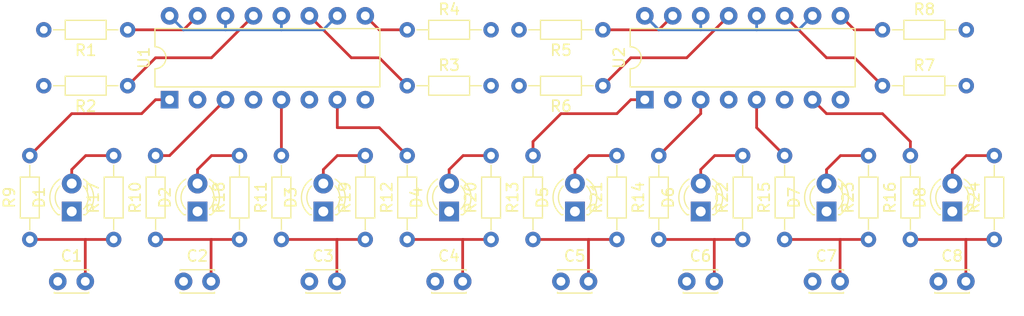
<source format=kicad_pcb>
(kicad_pcb (version 4) (host pcbnew 4.0.7)

  (general
    (links 78)
    (no_connects 32)
    (area 0 0 0 0)
    (thickness 1.6)
    (drawings 0)
    (tracks 113)
    (zones 0)
    (modules 42)
    (nets 35)
  )

  (page A4)
  (layers
    (0 F.Cu signal)
    (31 B.Cu signal)
    (32 B.Adhes user)
    (33 F.Adhes user)
    (34 B.Paste user)
    (35 F.Paste user)
    (36 B.SilkS user)
    (37 F.SilkS user)
    (38 B.Mask user)
    (39 F.Mask user)
    (40 Dwgs.User user)
    (41 Cmts.User user)
    (42 Eco1.User user)
    (43 Eco2.User user)
    (44 Edge.Cuts user)
    (45 Margin user)
    (46 B.CrtYd user)
    (47 F.CrtYd user)
    (48 B.Fab user)
    (49 F.Fab user)
  )

  (setup
    (last_trace_width 0.25)
    (trace_clearance 0.2)
    (zone_clearance 0.508)
    (zone_45_only no)
    (trace_min 0.2)
    (segment_width 0.2)
    (edge_width 0.1)
    (via_size 0.6)
    (via_drill 0.4)
    (via_min_size 0.4)
    (via_min_drill 0.3)
    (uvia_size 0.3)
    (uvia_drill 0.1)
    (uvias_allowed no)
    (uvia_min_size 0.2)
    (uvia_min_drill 0.1)
    (pcb_text_width 0.3)
    (pcb_text_size 1.5 1.5)
    (mod_edge_width 0.15)
    (mod_text_size 1 1)
    (mod_text_width 0.15)
    (pad_size 1.5 1.5)
    (pad_drill 0.6)
    (pad_to_mask_clearance 0)
    (aux_axis_origin 0 0)
    (visible_elements FFFFFF7F)
    (pcbplotparams
      (layerselection 0x00030_80000001)
      (usegerberextensions false)
      (excludeedgelayer true)
      (linewidth 0.100000)
      (plotframeref true)
      (viasonmask false)
      (mode 1)
      (useauxorigin false)
      (hpglpennumber 1)
      (hpglpenspeed 20)
      (hpglpendiameter 15)
      (hpglpenoverlay 2)
      (psnegative false)
      (psa4output false)
      (plotreference true)
      (plotvalue true)
      (plotinvisibletext false)
      (padsonsilk false)
      (subtractmaskfromsilk false)
      (outputformat 1)
      (mirror false)
      (drillshape 0)
      (scaleselection 1)
      (outputdirectory gerber/))
  )

  (net 0 "")
  (net 1 GND)
  (net 2 "Net-(C1-Pad2)")
  (net 3 "Net-(C2-Pad2)")
  (net 4 "Net-(C3-Pad2)")
  (net 5 "Net-(C4-Pad2)")
  (net 6 "Net-(C5-Pad2)")
  (net 7 "Net-(C6-Pad2)")
  (net 8 "Net-(C7-Pad2)")
  (net 9 "Net-(C8-Pad2)")
  (net 10 "Net-(D1-Pad2)")
  (net 11 "Net-(D2-Pad2)")
  (net 12 "Net-(D3-Pad2)")
  (net 13 "Net-(D4-Pad2)")
  (net 14 "Net-(D5-Pad2)")
  (net 15 "Net-(D6-Pad2)")
  (net 16 "Net-(D7-Pad2)")
  (net 17 "Net-(D8-Pad2)")
  (net 18 "Net-(J1-Pad22)")
  (net 19 "Net-(J1-Pad23)")
  (net 20 "Net-(J1-Pad25)")
  (net 21 "Net-(J1-Pad28)")
  (net 22 "Net-(J1-Pad29)")
  (net 23 "Net-(J1-Pad30)")
  (net 24 "Net-(J1-Pad32)")
  (net 25 "Net-(J1-Pad33)")
  (net 26 "Net-(R9-Pad2)")
  (net 27 "Net-(R10-Pad2)")
  (net 28 "Net-(R11-Pad2)")
  (net 29 "Net-(R12-Pad2)")
  (net 30 "Net-(R13-Pad2)")
  (net 31 "Net-(R14-Pad2)")
  (net 32 "Net-(R15-Pad2)")
  (net 33 "Net-(R16-Pad2)")
  (net 34 +3V3)

  (net_class Default "Dies ist die voreingestellte Netzklasse."
    (clearance 0.2)
    (trace_width 0.25)
    (via_dia 0.6)
    (via_drill 0.4)
    (uvia_dia 0.3)
    (uvia_drill 0.1)
    (add_net +3V3)
    (add_net GND)
    (add_net "Net-(C1-Pad2)")
    (add_net "Net-(C2-Pad2)")
    (add_net "Net-(C3-Pad2)")
    (add_net "Net-(C4-Pad2)")
    (add_net "Net-(C5-Pad2)")
    (add_net "Net-(C6-Pad2)")
    (add_net "Net-(C7-Pad2)")
    (add_net "Net-(C8-Pad2)")
    (add_net "Net-(D1-Pad2)")
    (add_net "Net-(D2-Pad2)")
    (add_net "Net-(D3-Pad2)")
    (add_net "Net-(D4-Pad2)")
    (add_net "Net-(D5-Pad2)")
    (add_net "Net-(D6-Pad2)")
    (add_net "Net-(D7-Pad2)")
    (add_net "Net-(D8-Pad2)")
    (add_net "Net-(J1-Pad22)")
    (add_net "Net-(J1-Pad23)")
    (add_net "Net-(J1-Pad25)")
    (add_net "Net-(J1-Pad28)")
    (add_net "Net-(J1-Pad29)")
    (add_net "Net-(J1-Pad30)")
    (add_net "Net-(J1-Pad32)")
    (add_net "Net-(J1-Pad33)")
    (add_net "Net-(R10-Pad2)")
    (add_net "Net-(R11-Pad2)")
    (add_net "Net-(R12-Pad2)")
    (add_net "Net-(R13-Pad2)")
    (add_net "Net-(R14-Pad2)")
    (add_net "Net-(R15-Pad2)")
    (add_net "Net-(R16-Pad2)")
    (add_net "Net-(R9-Pad2)")
  )

  (module Capacitors_THT:C_Disc_D3.0mm_W2.0mm_P2.50mm (layer F.Cu) (tedit 597BC7C2) (tstamp 5AAE9A88)
    (at 78.74 82.55)
    (descr "C, Disc series, Radial, pin pitch=2.50mm, , diameter*width=3*2mm^2, Capacitor")
    (tags "C Disc series Radial pin pitch 2.50mm  diameter 3mm width 2mm Capacitor")
    (path /5889FA61)
    (fp_text reference C1 (at 1.25 -2.31) (layer F.SilkS)
      (effects (font (size 1 1) (thickness 0.15)))
    )
    (fp_text value 0,1uF (at 1.25 2.31) (layer F.Fab)
      (effects (font (size 1 1) (thickness 0.15)))
    )
    (fp_line (start -0.25 -1) (end -0.25 1) (layer F.Fab) (width 0.1))
    (fp_line (start -0.25 1) (end 2.75 1) (layer F.Fab) (width 0.1))
    (fp_line (start 2.75 1) (end 2.75 -1) (layer F.Fab) (width 0.1))
    (fp_line (start 2.75 -1) (end -0.25 -1) (layer F.Fab) (width 0.1))
    (fp_line (start -0.31 -1.06) (end 2.81 -1.06) (layer F.SilkS) (width 0.12))
    (fp_line (start -0.31 1.06) (end 2.81 1.06) (layer F.SilkS) (width 0.12))
    (fp_line (start -0.31 -1.06) (end -0.31 -0.996) (layer F.SilkS) (width 0.12))
    (fp_line (start -0.31 0.996) (end -0.31 1.06) (layer F.SilkS) (width 0.12))
    (fp_line (start 2.81 -1.06) (end 2.81 -0.996) (layer F.SilkS) (width 0.12))
    (fp_line (start 2.81 0.996) (end 2.81 1.06) (layer F.SilkS) (width 0.12))
    (fp_line (start -1.05 -1.35) (end -1.05 1.35) (layer F.CrtYd) (width 0.05))
    (fp_line (start -1.05 1.35) (end 3.55 1.35) (layer F.CrtYd) (width 0.05))
    (fp_line (start 3.55 1.35) (end 3.55 -1.35) (layer F.CrtYd) (width 0.05))
    (fp_line (start 3.55 -1.35) (end -1.05 -1.35) (layer F.CrtYd) (width 0.05))
    (fp_text user %R (at 1.25 0) (layer F.Fab)
      (effects (font (size 1 1) (thickness 0.15)))
    )
    (pad 1 thru_hole circle (at 0 0) (size 1.6 1.6) (drill 0.8) (layers *.Cu *.Mask)
      (net 1 GND))
    (pad 2 thru_hole circle (at 2.5 0) (size 1.6 1.6) (drill 0.8) (layers *.Cu *.Mask)
      (net 2 "Net-(C1-Pad2)"))
    (model ${KISYS3DMOD}/Capacitors_THT.3dshapes/C_Disc_D3.0mm_W2.0mm_P2.50mm.wrl
      (at (xyz 0 0 0))
      (scale (xyz 1 1 1))
      (rotate (xyz 0 0 0))
    )
  )

  (module Capacitors_THT:C_Disc_D3.0mm_W2.0mm_P2.50mm (layer F.Cu) (tedit 597BC7C2) (tstamp 5AAE9A8E)
    (at 90.17 82.55)
    (descr "C, Disc series, Radial, pin pitch=2.50mm, , diameter*width=3*2mm^2, Capacitor")
    (tags "C Disc series Radial pin pitch 2.50mm  diameter 3mm width 2mm Capacitor")
    (path /5889FBFE)
    (fp_text reference C2 (at 1.25 -2.31) (layer F.SilkS)
      (effects (font (size 1 1) (thickness 0.15)))
    )
    (fp_text value 0,1uF (at 1.25 2.31) (layer F.Fab)
      (effects (font (size 1 1) (thickness 0.15)))
    )
    (fp_line (start -0.25 -1) (end -0.25 1) (layer F.Fab) (width 0.1))
    (fp_line (start -0.25 1) (end 2.75 1) (layer F.Fab) (width 0.1))
    (fp_line (start 2.75 1) (end 2.75 -1) (layer F.Fab) (width 0.1))
    (fp_line (start 2.75 -1) (end -0.25 -1) (layer F.Fab) (width 0.1))
    (fp_line (start -0.31 -1.06) (end 2.81 -1.06) (layer F.SilkS) (width 0.12))
    (fp_line (start -0.31 1.06) (end 2.81 1.06) (layer F.SilkS) (width 0.12))
    (fp_line (start -0.31 -1.06) (end -0.31 -0.996) (layer F.SilkS) (width 0.12))
    (fp_line (start -0.31 0.996) (end -0.31 1.06) (layer F.SilkS) (width 0.12))
    (fp_line (start 2.81 -1.06) (end 2.81 -0.996) (layer F.SilkS) (width 0.12))
    (fp_line (start 2.81 0.996) (end 2.81 1.06) (layer F.SilkS) (width 0.12))
    (fp_line (start -1.05 -1.35) (end -1.05 1.35) (layer F.CrtYd) (width 0.05))
    (fp_line (start -1.05 1.35) (end 3.55 1.35) (layer F.CrtYd) (width 0.05))
    (fp_line (start 3.55 1.35) (end 3.55 -1.35) (layer F.CrtYd) (width 0.05))
    (fp_line (start 3.55 -1.35) (end -1.05 -1.35) (layer F.CrtYd) (width 0.05))
    (fp_text user %R (at 1.25 0) (layer F.Fab)
      (effects (font (size 1 1) (thickness 0.15)))
    )
    (pad 1 thru_hole circle (at 0 0) (size 1.6 1.6) (drill 0.8) (layers *.Cu *.Mask)
      (net 1 GND))
    (pad 2 thru_hole circle (at 2.5 0) (size 1.6 1.6) (drill 0.8) (layers *.Cu *.Mask)
      (net 3 "Net-(C2-Pad2)"))
    (model ${KISYS3DMOD}/Capacitors_THT.3dshapes/C_Disc_D3.0mm_W2.0mm_P2.50mm.wrl
      (at (xyz 0 0 0))
      (scale (xyz 1 1 1))
      (rotate (xyz 0 0 0))
    )
  )

  (module Capacitors_THT:C_Disc_D3.0mm_W2.0mm_P2.50mm (layer F.Cu) (tedit 597BC7C2) (tstamp 5AAE9A94)
    (at 101.6 82.55)
    (descr "C, Disc series, Radial, pin pitch=2.50mm, , diameter*width=3*2mm^2, Capacitor")
    (tags "C Disc series Radial pin pitch 2.50mm  diameter 3mm width 2mm Capacitor")
    (path /5889FC87)
    (fp_text reference C3 (at 1.25 -2.31) (layer F.SilkS)
      (effects (font (size 1 1) (thickness 0.15)))
    )
    (fp_text value 0,1uF (at 1.25 2.31) (layer F.Fab)
      (effects (font (size 1 1) (thickness 0.15)))
    )
    (fp_line (start -0.25 -1) (end -0.25 1) (layer F.Fab) (width 0.1))
    (fp_line (start -0.25 1) (end 2.75 1) (layer F.Fab) (width 0.1))
    (fp_line (start 2.75 1) (end 2.75 -1) (layer F.Fab) (width 0.1))
    (fp_line (start 2.75 -1) (end -0.25 -1) (layer F.Fab) (width 0.1))
    (fp_line (start -0.31 -1.06) (end 2.81 -1.06) (layer F.SilkS) (width 0.12))
    (fp_line (start -0.31 1.06) (end 2.81 1.06) (layer F.SilkS) (width 0.12))
    (fp_line (start -0.31 -1.06) (end -0.31 -0.996) (layer F.SilkS) (width 0.12))
    (fp_line (start -0.31 0.996) (end -0.31 1.06) (layer F.SilkS) (width 0.12))
    (fp_line (start 2.81 -1.06) (end 2.81 -0.996) (layer F.SilkS) (width 0.12))
    (fp_line (start 2.81 0.996) (end 2.81 1.06) (layer F.SilkS) (width 0.12))
    (fp_line (start -1.05 -1.35) (end -1.05 1.35) (layer F.CrtYd) (width 0.05))
    (fp_line (start -1.05 1.35) (end 3.55 1.35) (layer F.CrtYd) (width 0.05))
    (fp_line (start 3.55 1.35) (end 3.55 -1.35) (layer F.CrtYd) (width 0.05))
    (fp_line (start 3.55 -1.35) (end -1.05 -1.35) (layer F.CrtYd) (width 0.05))
    (fp_text user %R (at 1.25 0) (layer F.Fab)
      (effects (font (size 1 1) (thickness 0.15)))
    )
    (pad 1 thru_hole circle (at 0 0) (size 1.6 1.6) (drill 0.8) (layers *.Cu *.Mask)
      (net 1 GND))
    (pad 2 thru_hole circle (at 2.5 0) (size 1.6 1.6) (drill 0.8) (layers *.Cu *.Mask)
      (net 4 "Net-(C3-Pad2)"))
    (model ${KISYS3DMOD}/Capacitors_THT.3dshapes/C_Disc_D3.0mm_W2.0mm_P2.50mm.wrl
      (at (xyz 0 0 0))
      (scale (xyz 1 1 1))
      (rotate (xyz 0 0 0))
    )
  )

  (module Capacitors_THT:C_Disc_D3.0mm_W2.0mm_P2.50mm (layer F.Cu) (tedit 597BC7C2) (tstamp 5AAE9A9A)
    (at 113.03 82.55)
    (descr "C, Disc series, Radial, pin pitch=2.50mm, , diameter*width=3*2mm^2, Capacitor")
    (tags "C Disc series Radial pin pitch 2.50mm  diameter 3mm width 2mm Capacitor")
    (path /5889FD11)
    (fp_text reference C4 (at 1.25 -2.31) (layer F.SilkS)
      (effects (font (size 1 1) (thickness 0.15)))
    )
    (fp_text value 0,1uF (at 1.25 2.31) (layer F.Fab)
      (effects (font (size 1 1) (thickness 0.15)))
    )
    (fp_line (start -0.25 -1) (end -0.25 1) (layer F.Fab) (width 0.1))
    (fp_line (start -0.25 1) (end 2.75 1) (layer F.Fab) (width 0.1))
    (fp_line (start 2.75 1) (end 2.75 -1) (layer F.Fab) (width 0.1))
    (fp_line (start 2.75 -1) (end -0.25 -1) (layer F.Fab) (width 0.1))
    (fp_line (start -0.31 -1.06) (end 2.81 -1.06) (layer F.SilkS) (width 0.12))
    (fp_line (start -0.31 1.06) (end 2.81 1.06) (layer F.SilkS) (width 0.12))
    (fp_line (start -0.31 -1.06) (end -0.31 -0.996) (layer F.SilkS) (width 0.12))
    (fp_line (start -0.31 0.996) (end -0.31 1.06) (layer F.SilkS) (width 0.12))
    (fp_line (start 2.81 -1.06) (end 2.81 -0.996) (layer F.SilkS) (width 0.12))
    (fp_line (start 2.81 0.996) (end 2.81 1.06) (layer F.SilkS) (width 0.12))
    (fp_line (start -1.05 -1.35) (end -1.05 1.35) (layer F.CrtYd) (width 0.05))
    (fp_line (start -1.05 1.35) (end 3.55 1.35) (layer F.CrtYd) (width 0.05))
    (fp_line (start 3.55 1.35) (end 3.55 -1.35) (layer F.CrtYd) (width 0.05))
    (fp_line (start 3.55 -1.35) (end -1.05 -1.35) (layer F.CrtYd) (width 0.05))
    (fp_text user %R (at 1.25 0) (layer F.Fab)
      (effects (font (size 1 1) (thickness 0.15)))
    )
    (pad 1 thru_hole circle (at 0 0) (size 1.6 1.6) (drill 0.8) (layers *.Cu *.Mask)
      (net 1 GND))
    (pad 2 thru_hole circle (at 2.5 0) (size 1.6 1.6) (drill 0.8) (layers *.Cu *.Mask)
      (net 5 "Net-(C4-Pad2)"))
    (model ${KISYS3DMOD}/Capacitors_THT.3dshapes/C_Disc_D3.0mm_W2.0mm_P2.50mm.wrl
      (at (xyz 0 0 0))
      (scale (xyz 1 1 1))
      (rotate (xyz 0 0 0))
    )
  )

  (module Capacitors_THT:C_Disc_D3.0mm_W2.0mm_P2.50mm (layer F.Cu) (tedit 597BC7C2) (tstamp 5AAE9AA0)
    (at 124.46 82.55)
    (descr "C, Disc series, Radial, pin pitch=2.50mm, , diameter*width=3*2mm^2, Capacitor")
    (tags "C Disc series Radial pin pitch 2.50mm  diameter 3mm width 2mm Capacitor")
    (path /588AE355)
    (fp_text reference C5 (at 1.25 -2.31) (layer F.SilkS)
      (effects (font (size 1 1) (thickness 0.15)))
    )
    (fp_text value 0,1uF (at 1.25 2.31) (layer F.Fab)
      (effects (font (size 1 1) (thickness 0.15)))
    )
    (fp_line (start -0.25 -1) (end -0.25 1) (layer F.Fab) (width 0.1))
    (fp_line (start -0.25 1) (end 2.75 1) (layer F.Fab) (width 0.1))
    (fp_line (start 2.75 1) (end 2.75 -1) (layer F.Fab) (width 0.1))
    (fp_line (start 2.75 -1) (end -0.25 -1) (layer F.Fab) (width 0.1))
    (fp_line (start -0.31 -1.06) (end 2.81 -1.06) (layer F.SilkS) (width 0.12))
    (fp_line (start -0.31 1.06) (end 2.81 1.06) (layer F.SilkS) (width 0.12))
    (fp_line (start -0.31 -1.06) (end -0.31 -0.996) (layer F.SilkS) (width 0.12))
    (fp_line (start -0.31 0.996) (end -0.31 1.06) (layer F.SilkS) (width 0.12))
    (fp_line (start 2.81 -1.06) (end 2.81 -0.996) (layer F.SilkS) (width 0.12))
    (fp_line (start 2.81 0.996) (end 2.81 1.06) (layer F.SilkS) (width 0.12))
    (fp_line (start -1.05 -1.35) (end -1.05 1.35) (layer F.CrtYd) (width 0.05))
    (fp_line (start -1.05 1.35) (end 3.55 1.35) (layer F.CrtYd) (width 0.05))
    (fp_line (start 3.55 1.35) (end 3.55 -1.35) (layer F.CrtYd) (width 0.05))
    (fp_line (start 3.55 -1.35) (end -1.05 -1.35) (layer F.CrtYd) (width 0.05))
    (fp_text user %R (at 1.25 0) (layer F.Fab)
      (effects (font (size 1 1) (thickness 0.15)))
    )
    (pad 1 thru_hole circle (at 0 0) (size 1.6 1.6) (drill 0.8) (layers *.Cu *.Mask)
      (net 1 GND))
    (pad 2 thru_hole circle (at 2.5 0) (size 1.6 1.6) (drill 0.8) (layers *.Cu *.Mask)
      (net 6 "Net-(C5-Pad2)"))
    (model ${KISYS3DMOD}/Capacitors_THT.3dshapes/C_Disc_D3.0mm_W2.0mm_P2.50mm.wrl
      (at (xyz 0 0 0))
      (scale (xyz 1 1 1))
      (rotate (xyz 0 0 0))
    )
  )

  (module Capacitors_THT:C_Disc_D3.0mm_W2.0mm_P2.50mm (layer F.Cu) (tedit 597BC7C2) (tstamp 5AAE9AA6)
    (at 135.89 82.55)
    (descr "C, Disc series, Radial, pin pitch=2.50mm, , diameter*width=3*2mm^2, Capacitor")
    (tags "C Disc series Radial pin pitch 2.50mm  diameter 3mm width 2mm Capacitor")
    (path /588AE419)
    (fp_text reference C6 (at 1.25 -2.31) (layer F.SilkS)
      (effects (font (size 1 1) (thickness 0.15)))
    )
    (fp_text value 0,1uF (at 1.25 2.31) (layer F.Fab)
      (effects (font (size 1 1) (thickness 0.15)))
    )
    (fp_line (start -0.25 -1) (end -0.25 1) (layer F.Fab) (width 0.1))
    (fp_line (start -0.25 1) (end 2.75 1) (layer F.Fab) (width 0.1))
    (fp_line (start 2.75 1) (end 2.75 -1) (layer F.Fab) (width 0.1))
    (fp_line (start 2.75 -1) (end -0.25 -1) (layer F.Fab) (width 0.1))
    (fp_line (start -0.31 -1.06) (end 2.81 -1.06) (layer F.SilkS) (width 0.12))
    (fp_line (start -0.31 1.06) (end 2.81 1.06) (layer F.SilkS) (width 0.12))
    (fp_line (start -0.31 -1.06) (end -0.31 -0.996) (layer F.SilkS) (width 0.12))
    (fp_line (start -0.31 0.996) (end -0.31 1.06) (layer F.SilkS) (width 0.12))
    (fp_line (start 2.81 -1.06) (end 2.81 -0.996) (layer F.SilkS) (width 0.12))
    (fp_line (start 2.81 0.996) (end 2.81 1.06) (layer F.SilkS) (width 0.12))
    (fp_line (start -1.05 -1.35) (end -1.05 1.35) (layer F.CrtYd) (width 0.05))
    (fp_line (start -1.05 1.35) (end 3.55 1.35) (layer F.CrtYd) (width 0.05))
    (fp_line (start 3.55 1.35) (end 3.55 -1.35) (layer F.CrtYd) (width 0.05))
    (fp_line (start 3.55 -1.35) (end -1.05 -1.35) (layer F.CrtYd) (width 0.05))
    (fp_text user %R (at 1.25 0) (layer F.Fab)
      (effects (font (size 1 1) (thickness 0.15)))
    )
    (pad 1 thru_hole circle (at 0 0) (size 1.6 1.6) (drill 0.8) (layers *.Cu *.Mask)
      (net 1 GND))
    (pad 2 thru_hole circle (at 2.5 0) (size 1.6 1.6) (drill 0.8) (layers *.Cu *.Mask)
      (net 7 "Net-(C6-Pad2)"))
    (model ${KISYS3DMOD}/Capacitors_THT.3dshapes/C_Disc_D3.0mm_W2.0mm_P2.50mm.wrl
      (at (xyz 0 0 0))
      (scale (xyz 1 1 1))
      (rotate (xyz 0 0 0))
    )
  )

  (module Capacitors_THT:C_Disc_D3.0mm_W2.0mm_P2.50mm (layer F.Cu) (tedit 597BC7C2) (tstamp 5AAE9AAC)
    (at 147.32 82.55)
    (descr "C, Disc series, Radial, pin pitch=2.50mm, , diameter*width=3*2mm^2, Capacitor")
    (tags "C Disc series Radial pin pitch 2.50mm  diameter 3mm width 2mm Capacitor")
    (path /588AEE14)
    (fp_text reference C7 (at 1.25 -2.31) (layer F.SilkS)
      (effects (font (size 1 1) (thickness 0.15)))
    )
    (fp_text value 0,1uF (at 1.25 2.31) (layer F.Fab)
      (effects (font (size 1 1) (thickness 0.15)))
    )
    (fp_line (start -0.25 -1) (end -0.25 1) (layer F.Fab) (width 0.1))
    (fp_line (start -0.25 1) (end 2.75 1) (layer F.Fab) (width 0.1))
    (fp_line (start 2.75 1) (end 2.75 -1) (layer F.Fab) (width 0.1))
    (fp_line (start 2.75 -1) (end -0.25 -1) (layer F.Fab) (width 0.1))
    (fp_line (start -0.31 -1.06) (end 2.81 -1.06) (layer F.SilkS) (width 0.12))
    (fp_line (start -0.31 1.06) (end 2.81 1.06) (layer F.SilkS) (width 0.12))
    (fp_line (start -0.31 -1.06) (end -0.31 -0.996) (layer F.SilkS) (width 0.12))
    (fp_line (start -0.31 0.996) (end -0.31 1.06) (layer F.SilkS) (width 0.12))
    (fp_line (start 2.81 -1.06) (end 2.81 -0.996) (layer F.SilkS) (width 0.12))
    (fp_line (start 2.81 0.996) (end 2.81 1.06) (layer F.SilkS) (width 0.12))
    (fp_line (start -1.05 -1.35) (end -1.05 1.35) (layer F.CrtYd) (width 0.05))
    (fp_line (start -1.05 1.35) (end 3.55 1.35) (layer F.CrtYd) (width 0.05))
    (fp_line (start 3.55 1.35) (end 3.55 -1.35) (layer F.CrtYd) (width 0.05))
    (fp_line (start 3.55 -1.35) (end -1.05 -1.35) (layer F.CrtYd) (width 0.05))
    (fp_text user %R (at 1.25 0) (layer F.Fab)
      (effects (font (size 1 1) (thickness 0.15)))
    )
    (pad 1 thru_hole circle (at 0 0) (size 1.6 1.6) (drill 0.8) (layers *.Cu *.Mask)
      (net 1 GND))
    (pad 2 thru_hole circle (at 2.5 0) (size 1.6 1.6) (drill 0.8) (layers *.Cu *.Mask)
      (net 8 "Net-(C7-Pad2)"))
    (model ${KISYS3DMOD}/Capacitors_THT.3dshapes/C_Disc_D3.0mm_W2.0mm_P2.50mm.wrl
      (at (xyz 0 0 0))
      (scale (xyz 1 1 1))
      (rotate (xyz 0 0 0))
    )
  )

  (module Capacitors_THT:C_Disc_D3.0mm_W2.0mm_P2.50mm (layer F.Cu) (tedit 597BC7C2) (tstamp 5AAE9AB2)
    (at 158.75 82.55)
    (descr "C, Disc series, Radial, pin pitch=2.50mm, , diameter*width=3*2mm^2, Capacitor")
    (tags "C Disc series Radial pin pitch 2.50mm  diameter 3mm width 2mm Capacitor")
    (path /588AEEE0)
    (fp_text reference C8 (at 1.25 -2.31) (layer F.SilkS)
      (effects (font (size 1 1) (thickness 0.15)))
    )
    (fp_text value 0,1uF (at 1.25 2.31) (layer F.Fab)
      (effects (font (size 1 1) (thickness 0.15)))
    )
    (fp_line (start -0.25 -1) (end -0.25 1) (layer F.Fab) (width 0.1))
    (fp_line (start -0.25 1) (end 2.75 1) (layer F.Fab) (width 0.1))
    (fp_line (start 2.75 1) (end 2.75 -1) (layer F.Fab) (width 0.1))
    (fp_line (start 2.75 -1) (end -0.25 -1) (layer F.Fab) (width 0.1))
    (fp_line (start -0.31 -1.06) (end 2.81 -1.06) (layer F.SilkS) (width 0.12))
    (fp_line (start -0.31 1.06) (end 2.81 1.06) (layer F.SilkS) (width 0.12))
    (fp_line (start -0.31 -1.06) (end -0.31 -0.996) (layer F.SilkS) (width 0.12))
    (fp_line (start -0.31 0.996) (end -0.31 1.06) (layer F.SilkS) (width 0.12))
    (fp_line (start 2.81 -1.06) (end 2.81 -0.996) (layer F.SilkS) (width 0.12))
    (fp_line (start 2.81 0.996) (end 2.81 1.06) (layer F.SilkS) (width 0.12))
    (fp_line (start -1.05 -1.35) (end -1.05 1.35) (layer F.CrtYd) (width 0.05))
    (fp_line (start -1.05 1.35) (end 3.55 1.35) (layer F.CrtYd) (width 0.05))
    (fp_line (start 3.55 1.35) (end 3.55 -1.35) (layer F.CrtYd) (width 0.05))
    (fp_line (start 3.55 -1.35) (end -1.05 -1.35) (layer F.CrtYd) (width 0.05))
    (fp_text user %R (at 1.25 0) (layer F.Fab)
      (effects (font (size 1 1) (thickness 0.15)))
    )
    (pad 1 thru_hole circle (at 0 0) (size 1.6 1.6) (drill 0.8) (layers *.Cu *.Mask)
      (net 1 GND))
    (pad 2 thru_hole circle (at 2.5 0) (size 1.6 1.6) (drill 0.8) (layers *.Cu *.Mask)
      (net 9 "Net-(C8-Pad2)"))
    (model ${KISYS3DMOD}/Capacitors_THT.3dshapes/C_Disc_D3.0mm_W2.0mm_P2.50mm.wrl
      (at (xyz 0 0 0))
      (scale (xyz 1 1 1))
      (rotate (xyz 0 0 0))
    )
  )

  (module LEDs:LED_D3.0mm (layer F.Cu) (tedit 587A3A7B) (tstamp 5AAE9AB8)
    (at 80.01 76.2 90)
    (descr "LED, diameter 3.0mm, 2 pins")
    (tags "LED diameter 3.0mm 2 pins")
    (path /5889B1E8)
    (fp_text reference D1 (at 1.27 -2.96 90) (layer F.SilkS)
      (effects (font (size 1 1) (thickness 0.15)))
    )
    (fp_text value LED (at 1.27 2.96 90) (layer F.Fab)
      (effects (font (size 1 1) (thickness 0.15)))
    )
    (fp_arc (start 1.27 0) (end -0.23 -1.16619) (angle 284.3) (layer F.Fab) (width 0.1))
    (fp_arc (start 1.27 0) (end -0.29 -1.235516) (angle 108.8) (layer F.SilkS) (width 0.12))
    (fp_arc (start 1.27 0) (end -0.29 1.235516) (angle -108.8) (layer F.SilkS) (width 0.12))
    (fp_arc (start 1.27 0) (end 0.229039 -1.08) (angle 87.9) (layer F.SilkS) (width 0.12))
    (fp_arc (start 1.27 0) (end 0.229039 1.08) (angle -87.9) (layer F.SilkS) (width 0.12))
    (fp_circle (center 1.27 0) (end 2.77 0) (layer F.Fab) (width 0.1))
    (fp_line (start -0.23 -1.16619) (end -0.23 1.16619) (layer F.Fab) (width 0.1))
    (fp_line (start -0.29 -1.236) (end -0.29 -1.08) (layer F.SilkS) (width 0.12))
    (fp_line (start -0.29 1.08) (end -0.29 1.236) (layer F.SilkS) (width 0.12))
    (fp_line (start -1.15 -2.25) (end -1.15 2.25) (layer F.CrtYd) (width 0.05))
    (fp_line (start -1.15 2.25) (end 3.7 2.25) (layer F.CrtYd) (width 0.05))
    (fp_line (start 3.7 2.25) (end 3.7 -2.25) (layer F.CrtYd) (width 0.05))
    (fp_line (start 3.7 -2.25) (end -1.15 -2.25) (layer F.CrtYd) (width 0.05))
    (pad 1 thru_hole rect (at 0 0 90) (size 1.8 1.8) (drill 0.9) (layers *.Cu *.Mask)
      (net 1 GND))
    (pad 2 thru_hole circle (at 2.54 0 90) (size 1.8 1.8) (drill 0.9) (layers *.Cu *.Mask)
      (net 10 "Net-(D1-Pad2)"))
    (model ${KISYS3DMOD}/LEDs.3dshapes/LED_D3.0mm.wrl
      (at (xyz 0 0 0))
      (scale (xyz 0.393701 0.393701 0.393701))
      (rotate (xyz 0 0 0))
    )
  )

  (module LEDs:LED_D3.0mm (layer F.Cu) (tedit 587A3A7B) (tstamp 5AAE9ABE)
    (at 91.44 76.2 90)
    (descr "LED, diameter 3.0mm, 2 pins")
    (tags "LED diameter 3.0mm 2 pins")
    (path /5889B23D)
    (fp_text reference D2 (at 1.27 -2.96 90) (layer F.SilkS)
      (effects (font (size 1 1) (thickness 0.15)))
    )
    (fp_text value LED (at 1.27 2.96 90) (layer F.Fab)
      (effects (font (size 1 1) (thickness 0.15)))
    )
    (fp_arc (start 1.27 0) (end -0.23 -1.16619) (angle 284.3) (layer F.Fab) (width 0.1))
    (fp_arc (start 1.27 0) (end -0.29 -1.235516) (angle 108.8) (layer F.SilkS) (width 0.12))
    (fp_arc (start 1.27 0) (end -0.29 1.235516) (angle -108.8) (layer F.SilkS) (width 0.12))
    (fp_arc (start 1.27 0) (end 0.229039 -1.08) (angle 87.9) (layer F.SilkS) (width 0.12))
    (fp_arc (start 1.27 0) (end 0.229039 1.08) (angle -87.9) (layer F.SilkS) (width 0.12))
    (fp_circle (center 1.27 0) (end 2.77 0) (layer F.Fab) (width 0.1))
    (fp_line (start -0.23 -1.16619) (end -0.23 1.16619) (layer F.Fab) (width 0.1))
    (fp_line (start -0.29 -1.236) (end -0.29 -1.08) (layer F.SilkS) (width 0.12))
    (fp_line (start -0.29 1.08) (end -0.29 1.236) (layer F.SilkS) (width 0.12))
    (fp_line (start -1.15 -2.25) (end -1.15 2.25) (layer F.CrtYd) (width 0.05))
    (fp_line (start -1.15 2.25) (end 3.7 2.25) (layer F.CrtYd) (width 0.05))
    (fp_line (start 3.7 2.25) (end 3.7 -2.25) (layer F.CrtYd) (width 0.05))
    (fp_line (start 3.7 -2.25) (end -1.15 -2.25) (layer F.CrtYd) (width 0.05))
    (pad 1 thru_hole rect (at 0 0 90) (size 1.8 1.8) (drill 0.9) (layers *.Cu *.Mask)
      (net 1 GND))
    (pad 2 thru_hole circle (at 2.54 0 90) (size 1.8 1.8) (drill 0.9) (layers *.Cu *.Mask)
      (net 11 "Net-(D2-Pad2)"))
    (model ${KISYS3DMOD}/LEDs.3dshapes/LED_D3.0mm.wrl
      (at (xyz 0 0 0))
      (scale (xyz 0.393701 0.393701 0.393701))
      (rotate (xyz 0 0 0))
    )
  )

  (module LEDs:LED_D3.0mm (layer F.Cu) (tedit 587A3A7B) (tstamp 5AAE9AC4)
    (at 102.87 76.2 90)
    (descr "LED, diameter 3.0mm, 2 pins")
    (tags "LED diameter 3.0mm 2 pins")
    (path /5889C537)
    (fp_text reference D3 (at 1.27 -2.96 90) (layer F.SilkS)
      (effects (font (size 1 1) (thickness 0.15)))
    )
    (fp_text value LED (at 1.27 2.96 90) (layer F.Fab)
      (effects (font (size 1 1) (thickness 0.15)))
    )
    (fp_arc (start 1.27 0) (end -0.23 -1.16619) (angle 284.3) (layer F.Fab) (width 0.1))
    (fp_arc (start 1.27 0) (end -0.29 -1.235516) (angle 108.8) (layer F.SilkS) (width 0.12))
    (fp_arc (start 1.27 0) (end -0.29 1.235516) (angle -108.8) (layer F.SilkS) (width 0.12))
    (fp_arc (start 1.27 0) (end 0.229039 -1.08) (angle 87.9) (layer F.SilkS) (width 0.12))
    (fp_arc (start 1.27 0) (end 0.229039 1.08) (angle -87.9) (layer F.SilkS) (width 0.12))
    (fp_circle (center 1.27 0) (end 2.77 0) (layer F.Fab) (width 0.1))
    (fp_line (start -0.23 -1.16619) (end -0.23 1.16619) (layer F.Fab) (width 0.1))
    (fp_line (start -0.29 -1.236) (end -0.29 -1.08) (layer F.SilkS) (width 0.12))
    (fp_line (start -0.29 1.08) (end -0.29 1.236) (layer F.SilkS) (width 0.12))
    (fp_line (start -1.15 -2.25) (end -1.15 2.25) (layer F.CrtYd) (width 0.05))
    (fp_line (start -1.15 2.25) (end 3.7 2.25) (layer F.CrtYd) (width 0.05))
    (fp_line (start 3.7 2.25) (end 3.7 -2.25) (layer F.CrtYd) (width 0.05))
    (fp_line (start 3.7 -2.25) (end -1.15 -2.25) (layer F.CrtYd) (width 0.05))
    (pad 1 thru_hole rect (at 0 0 90) (size 1.8 1.8) (drill 0.9) (layers *.Cu *.Mask)
      (net 1 GND))
    (pad 2 thru_hole circle (at 2.54 0 90) (size 1.8 1.8) (drill 0.9) (layers *.Cu *.Mask)
      (net 12 "Net-(D3-Pad2)"))
    (model ${KISYS3DMOD}/LEDs.3dshapes/LED_D3.0mm.wrl
      (at (xyz 0 0 0))
      (scale (xyz 0.393701 0.393701 0.393701))
      (rotate (xyz 0 0 0))
    )
  )

  (module LEDs:LED_D3.0mm (layer F.Cu) (tedit 587A3A7B) (tstamp 5AAE9ACA)
    (at 114.3 76.2 90)
    (descr "LED, diameter 3.0mm, 2 pins")
    (tags "LED diameter 3.0mm 2 pins")
    (path /5889C59E)
    (fp_text reference D4 (at 1.27 -2.96 90) (layer F.SilkS)
      (effects (font (size 1 1) (thickness 0.15)))
    )
    (fp_text value LED (at 1.27 2.96 90) (layer F.Fab)
      (effects (font (size 1 1) (thickness 0.15)))
    )
    (fp_arc (start 1.27 0) (end -0.23 -1.16619) (angle 284.3) (layer F.Fab) (width 0.1))
    (fp_arc (start 1.27 0) (end -0.29 -1.235516) (angle 108.8) (layer F.SilkS) (width 0.12))
    (fp_arc (start 1.27 0) (end -0.29 1.235516) (angle -108.8) (layer F.SilkS) (width 0.12))
    (fp_arc (start 1.27 0) (end 0.229039 -1.08) (angle 87.9) (layer F.SilkS) (width 0.12))
    (fp_arc (start 1.27 0) (end 0.229039 1.08) (angle -87.9) (layer F.SilkS) (width 0.12))
    (fp_circle (center 1.27 0) (end 2.77 0) (layer F.Fab) (width 0.1))
    (fp_line (start -0.23 -1.16619) (end -0.23 1.16619) (layer F.Fab) (width 0.1))
    (fp_line (start -0.29 -1.236) (end -0.29 -1.08) (layer F.SilkS) (width 0.12))
    (fp_line (start -0.29 1.08) (end -0.29 1.236) (layer F.SilkS) (width 0.12))
    (fp_line (start -1.15 -2.25) (end -1.15 2.25) (layer F.CrtYd) (width 0.05))
    (fp_line (start -1.15 2.25) (end 3.7 2.25) (layer F.CrtYd) (width 0.05))
    (fp_line (start 3.7 2.25) (end 3.7 -2.25) (layer F.CrtYd) (width 0.05))
    (fp_line (start 3.7 -2.25) (end -1.15 -2.25) (layer F.CrtYd) (width 0.05))
    (pad 1 thru_hole rect (at 0 0 90) (size 1.8 1.8) (drill 0.9) (layers *.Cu *.Mask)
      (net 1 GND))
    (pad 2 thru_hole circle (at 2.54 0 90) (size 1.8 1.8) (drill 0.9) (layers *.Cu *.Mask)
      (net 13 "Net-(D4-Pad2)"))
    (model ${KISYS3DMOD}/LEDs.3dshapes/LED_D3.0mm.wrl
      (at (xyz 0 0 0))
      (scale (xyz 0.393701 0.393701 0.393701))
      (rotate (xyz 0 0 0))
    )
  )

  (module LEDs:LED_D3.0mm (layer F.Cu) (tedit 587A3A7B) (tstamp 5AAE9AD0)
    (at 125.73 76.2 90)
    (descr "LED, diameter 3.0mm, 2 pins")
    (tags "LED diameter 3.0mm 2 pins")
    (path /588AA117)
    (fp_text reference D5 (at 1.27 -2.96 90) (layer F.SilkS)
      (effects (font (size 1 1) (thickness 0.15)))
    )
    (fp_text value LED (at 1.27 2.96 90) (layer F.Fab)
      (effects (font (size 1 1) (thickness 0.15)))
    )
    (fp_arc (start 1.27 0) (end -0.23 -1.16619) (angle 284.3) (layer F.Fab) (width 0.1))
    (fp_arc (start 1.27 0) (end -0.29 -1.235516) (angle 108.8) (layer F.SilkS) (width 0.12))
    (fp_arc (start 1.27 0) (end -0.29 1.235516) (angle -108.8) (layer F.SilkS) (width 0.12))
    (fp_arc (start 1.27 0) (end 0.229039 -1.08) (angle 87.9) (layer F.SilkS) (width 0.12))
    (fp_arc (start 1.27 0) (end 0.229039 1.08) (angle -87.9) (layer F.SilkS) (width 0.12))
    (fp_circle (center 1.27 0) (end 2.77 0) (layer F.Fab) (width 0.1))
    (fp_line (start -0.23 -1.16619) (end -0.23 1.16619) (layer F.Fab) (width 0.1))
    (fp_line (start -0.29 -1.236) (end -0.29 -1.08) (layer F.SilkS) (width 0.12))
    (fp_line (start -0.29 1.08) (end -0.29 1.236) (layer F.SilkS) (width 0.12))
    (fp_line (start -1.15 -2.25) (end -1.15 2.25) (layer F.CrtYd) (width 0.05))
    (fp_line (start -1.15 2.25) (end 3.7 2.25) (layer F.CrtYd) (width 0.05))
    (fp_line (start 3.7 2.25) (end 3.7 -2.25) (layer F.CrtYd) (width 0.05))
    (fp_line (start 3.7 -2.25) (end -1.15 -2.25) (layer F.CrtYd) (width 0.05))
    (pad 1 thru_hole rect (at 0 0 90) (size 1.8 1.8) (drill 0.9) (layers *.Cu *.Mask)
      (net 1 GND))
    (pad 2 thru_hole circle (at 2.54 0 90) (size 1.8 1.8) (drill 0.9) (layers *.Cu *.Mask)
      (net 14 "Net-(D5-Pad2)"))
    (model ${KISYS3DMOD}/LEDs.3dshapes/LED_D3.0mm.wrl
      (at (xyz 0 0 0))
      (scale (xyz 0.393701 0.393701 0.393701))
      (rotate (xyz 0 0 0))
    )
  )

  (module LEDs:LED_D3.0mm (layer F.Cu) (tedit 587A3A7B) (tstamp 5AAE9AD6)
    (at 137.16 76.2 90)
    (descr "LED, diameter 3.0mm, 2 pins")
    (tags "LED diameter 3.0mm 2 pins")
    (path /588AA1B1)
    (fp_text reference D6 (at 1.27 -2.96 90) (layer F.SilkS)
      (effects (font (size 1 1) (thickness 0.15)))
    )
    (fp_text value LED (at 1.27 2.96 90) (layer F.Fab)
      (effects (font (size 1 1) (thickness 0.15)))
    )
    (fp_arc (start 1.27 0) (end -0.23 -1.16619) (angle 284.3) (layer F.Fab) (width 0.1))
    (fp_arc (start 1.27 0) (end -0.29 -1.235516) (angle 108.8) (layer F.SilkS) (width 0.12))
    (fp_arc (start 1.27 0) (end -0.29 1.235516) (angle -108.8) (layer F.SilkS) (width 0.12))
    (fp_arc (start 1.27 0) (end 0.229039 -1.08) (angle 87.9) (layer F.SilkS) (width 0.12))
    (fp_arc (start 1.27 0) (end 0.229039 1.08) (angle -87.9) (layer F.SilkS) (width 0.12))
    (fp_circle (center 1.27 0) (end 2.77 0) (layer F.Fab) (width 0.1))
    (fp_line (start -0.23 -1.16619) (end -0.23 1.16619) (layer F.Fab) (width 0.1))
    (fp_line (start -0.29 -1.236) (end -0.29 -1.08) (layer F.SilkS) (width 0.12))
    (fp_line (start -0.29 1.08) (end -0.29 1.236) (layer F.SilkS) (width 0.12))
    (fp_line (start -1.15 -2.25) (end -1.15 2.25) (layer F.CrtYd) (width 0.05))
    (fp_line (start -1.15 2.25) (end 3.7 2.25) (layer F.CrtYd) (width 0.05))
    (fp_line (start 3.7 2.25) (end 3.7 -2.25) (layer F.CrtYd) (width 0.05))
    (fp_line (start 3.7 -2.25) (end -1.15 -2.25) (layer F.CrtYd) (width 0.05))
    (pad 1 thru_hole rect (at 0 0 90) (size 1.8 1.8) (drill 0.9) (layers *.Cu *.Mask)
      (net 1 GND))
    (pad 2 thru_hole circle (at 2.54 0 90) (size 1.8 1.8) (drill 0.9) (layers *.Cu *.Mask)
      (net 15 "Net-(D6-Pad2)"))
    (model ${KISYS3DMOD}/LEDs.3dshapes/LED_D3.0mm.wrl
      (at (xyz 0 0 0))
      (scale (xyz 0.393701 0.393701 0.393701))
      (rotate (xyz 0 0 0))
    )
  )

  (module LEDs:LED_D3.0mm (layer F.Cu) (tedit 587A3A7B) (tstamp 5AAE9ADC)
    (at 148.59 76.2 90)
    (descr "LED, diameter 3.0mm, 2 pins")
    (tags "LED diameter 3.0mm 2 pins")
    (path /588AA683)
    (fp_text reference D7 (at 1.27 -2.96 90) (layer F.SilkS)
      (effects (font (size 1 1) (thickness 0.15)))
    )
    (fp_text value LED (at 1.27 2.96 90) (layer F.Fab)
      (effects (font (size 1 1) (thickness 0.15)))
    )
    (fp_arc (start 1.27 0) (end -0.23 -1.16619) (angle 284.3) (layer F.Fab) (width 0.1))
    (fp_arc (start 1.27 0) (end -0.29 -1.235516) (angle 108.8) (layer F.SilkS) (width 0.12))
    (fp_arc (start 1.27 0) (end -0.29 1.235516) (angle -108.8) (layer F.SilkS) (width 0.12))
    (fp_arc (start 1.27 0) (end 0.229039 -1.08) (angle 87.9) (layer F.SilkS) (width 0.12))
    (fp_arc (start 1.27 0) (end 0.229039 1.08) (angle -87.9) (layer F.SilkS) (width 0.12))
    (fp_circle (center 1.27 0) (end 2.77 0) (layer F.Fab) (width 0.1))
    (fp_line (start -0.23 -1.16619) (end -0.23 1.16619) (layer F.Fab) (width 0.1))
    (fp_line (start -0.29 -1.236) (end -0.29 -1.08) (layer F.SilkS) (width 0.12))
    (fp_line (start -0.29 1.08) (end -0.29 1.236) (layer F.SilkS) (width 0.12))
    (fp_line (start -1.15 -2.25) (end -1.15 2.25) (layer F.CrtYd) (width 0.05))
    (fp_line (start -1.15 2.25) (end 3.7 2.25) (layer F.CrtYd) (width 0.05))
    (fp_line (start 3.7 2.25) (end 3.7 -2.25) (layer F.CrtYd) (width 0.05))
    (fp_line (start 3.7 -2.25) (end -1.15 -2.25) (layer F.CrtYd) (width 0.05))
    (pad 1 thru_hole rect (at 0 0 90) (size 1.8 1.8) (drill 0.9) (layers *.Cu *.Mask)
      (net 1 GND))
    (pad 2 thru_hole circle (at 2.54 0 90) (size 1.8 1.8) (drill 0.9) (layers *.Cu *.Mask)
      (net 16 "Net-(D7-Pad2)"))
    (model ${KISYS3DMOD}/LEDs.3dshapes/LED_D3.0mm.wrl
      (at (xyz 0 0 0))
      (scale (xyz 0.393701 0.393701 0.393701))
      (rotate (xyz 0 0 0))
    )
  )

  (module LEDs:LED_D3.0mm (layer F.Cu) (tedit 587A3A7B) (tstamp 5AAE9AE2)
    (at 160.02 76.2 90)
    (descr "LED, diameter 3.0mm, 2 pins")
    (tags "LED diameter 3.0mm 2 pins")
    (path /588AA71F)
    (fp_text reference D8 (at 1.27 -2.96 90) (layer F.SilkS)
      (effects (font (size 1 1) (thickness 0.15)))
    )
    (fp_text value LED (at 1.27 2.96 90) (layer F.Fab)
      (effects (font (size 1 1) (thickness 0.15)))
    )
    (fp_arc (start 1.27 0) (end -0.23 -1.16619) (angle 284.3) (layer F.Fab) (width 0.1))
    (fp_arc (start 1.27 0) (end -0.29 -1.235516) (angle 108.8) (layer F.SilkS) (width 0.12))
    (fp_arc (start 1.27 0) (end -0.29 1.235516) (angle -108.8) (layer F.SilkS) (width 0.12))
    (fp_arc (start 1.27 0) (end 0.229039 -1.08) (angle 87.9) (layer F.SilkS) (width 0.12))
    (fp_arc (start 1.27 0) (end 0.229039 1.08) (angle -87.9) (layer F.SilkS) (width 0.12))
    (fp_circle (center 1.27 0) (end 2.77 0) (layer F.Fab) (width 0.1))
    (fp_line (start -0.23 -1.16619) (end -0.23 1.16619) (layer F.Fab) (width 0.1))
    (fp_line (start -0.29 -1.236) (end -0.29 -1.08) (layer F.SilkS) (width 0.12))
    (fp_line (start -0.29 1.08) (end -0.29 1.236) (layer F.SilkS) (width 0.12))
    (fp_line (start -1.15 -2.25) (end -1.15 2.25) (layer F.CrtYd) (width 0.05))
    (fp_line (start -1.15 2.25) (end 3.7 2.25) (layer F.CrtYd) (width 0.05))
    (fp_line (start 3.7 2.25) (end 3.7 -2.25) (layer F.CrtYd) (width 0.05))
    (fp_line (start 3.7 -2.25) (end -1.15 -2.25) (layer F.CrtYd) (width 0.05))
    (pad 1 thru_hole rect (at 0 0 90) (size 1.8 1.8) (drill 0.9) (layers *.Cu *.Mask)
      (net 1 GND))
    (pad 2 thru_hole circle (at 2.54 0 90) (size 1.8 1.8) (drill 0.9) (layers *.Cu *.Mask)
      (net 17 "Net-(D8-Pad2)"))
    (model ${KISYS3DMOD}/LEDs.3dshapes/LED_D3.0mm.wrl
      (at (xyz 0 0 0))
      (scale (xyz 0.393701 0.393701 0.393701))
      (rotate (xyz 0 0 0))
    )
  )

  (module Resistors_THT:R_Axial_DIN0204_L3.6mm_D1.6mm_P7.62mm_Horizontal (layer F.Cu) (tedit 5874F706) (tstamp 5AAE9AE8)
    (at 85.09 59.69 180)
    (descr "Resistor, Axial_DIN0204 series, Axial, Horizontal, pin pitch=7.62mm, 0.16666666666666666W = 1/6W, length*diameter=3.6*1.6mm^2, http://cdn-reichelt.de/documents/datenblatt/B400/1_4W%23YAG.pdf")
    (tags "Resistor Axial_DIN0204 series Axial Horizontal pin pitch 7.62mm 0.16666666666666666W = 1/6W length 3.6mm diameter 1.6mm")
    (path /5889B862)
    (fp_text reference R1 (at 3.81 -1.86 180) (layer F.SilkS)
      (effects (font (size 1 1) (thickness 0.15)))
    )
    (fp_text value 1k (at 3.81 1.86 180) (layer F.Fab)
      (effects (font (size 1 1) (thickness 0.15)))
    )
    (fp_line (start 2.01 -0.8) (end 2.01 0.8) (layer F.Fab) (width 0.1))
    (fp_line (start 2.01 0.8) (end 5.61 0.8) (layer F.Fab) (width 0.1))
    (fp_line (start 5.61 0.8) (end 5.61 -0.8) (layer F.Fab) (width 0.1))
    (fp_line (start 5.61 -0.8) (end 2.01 -0.8) (layer F.Fab) (width 0.1))
    (fp_line (start 0 0) (end 2.01 0) (layer F.Fab) (width 0.1))
    (fp_line (start 7.62 0) (end 5.61 0) (layer F.Fab) (width 0.1))
    (fp_line (start 1.95 -0.86) (end 1.95 0.86) (layer F.SilkS) (width 0.12))
    (fp_line (start 1.95 0.86) (end 5.67 0.86) (layer F.SilkS) (width 0.12))
    (fp_line (start 5.67 0.86) (end 5.67 -0.86) (layer F.SilkS) (width 0.12))
    (fp_line (start 5.67 -0.86) (end 1.95 -0.86) (layer F.SilkS) (width 0.12))
    (fp_line (start 0.88 0) (end 1.95 0) (layer F.SilkS) (width 0.12))
    (fp_line (start 6.74 0) (end 5.67 0) (layer F.SilkS) (width 0.12))
    (fp_line (start -0.95 -1.15) (end -0.95 1.15) (layer F.CrtYd) (width 0.05))
    (fp_line (start -0.95 1.15) (end 8.6 1.15) (layer F.CrtYd) (width 0.05))
    (fp_line (start 8.6 1.15) (end 8.6 -1.15) (layer F.CrtYd) (width 0.05))
    (fp_line (start 8.6 -1.15) (end -0.95 -1.15) (layer F.CrtYd) (width 0.05))
    (pad 1 thru_hole circle (at 0 0 180) (size 1.4 1.4) (drill 0.7) (layers *.Cu *.Mask)
      (net 18 "Net-(J1-Pad22)"))
    (pad 2 thru_hole oval (at 7.62 0 180) (size 1.4 1.4) (drill 0.7) (layers *.Cu *.Mask)
      (net 1 GND))
    (model ${KISYS3DMOD}/Resistors_THT.3dshapes/R_Axial_DIN0204_L3.6mm_D1.6mm_P7.62mm_Horizontal.wrl
      (at (xyz 0 0 0))
      (scale (xyz 0.393701 0.393701 0.393701))
      (rotate (xyz 0 0 0))
    )
  )

  (module Resistors_THT:R_Axial_DIN0204_L3.6mm_D1.6mm_P7.62mm_Horizontal (layer F.Cu) (tedit 5874F706) (tstamp 5AAE9AEE)
    (at 85.09 64.77 180)
    (descr "Resistor, Axial_DIN0204 series, Axial, Horizontal, pin pitch=7.62mm, 0.16666666666666666W = 1/6W, length*diameter=3.6*1.6mm^2, http://cdn-reichelt.de/documents/datenblatt/B400/1_4W%23YAG.pdf")
    (tags "Resistor Axial_DIN0204 series Axial Horizontal pin pitch 7.62mm 0.16666666666666666W = 1/6W length 3.6mm diameter 1.6mm")
    (path /5889D188)
    (fp_text reference R2 (at 3.81 -1.86 180) (layer F.SilkS)
      (effects (font (size 1 1) (thickness 0.15)))
    )
    (fp_text value 1k (at 3.81 1.86 180) (layer F.Fab)
      (effects (font (size 1 1) (thickness 0.15)))
    )
    (fp_line (start 2.01 -0.8) (end 2.01 0.8) (layer F.Fab) (width 0.1))
    (fp_line (start 2.01 0.8) (end 5.61 0.8) (layer F.Fab) (width 0.1))
    (fp_line (start 5.61 0.8) (end 5.61 -0.8) (layer F.Fab) (width 0.1))
    (fp_line (start 5.61 -0.8) (end 2.01 -0.8) (layer F.Fab) (width 0.1))
    (fp_line (start 0 0) (end 2.01 0) (layer F.Fab) (width 0.1))
    (fp_line (start 7.62 0) (end 5.61 0) (layer F.Fab) (width 0.1))
    (fp_line (start 1.95 -0.86) (end 1.95 0.86) (layer F.SilkS) (width 0.12))
    (fp_line (start 1.95 0.86) (end 5.67 0.86) (layer F.SilkS) (width 0.12))
    (fp_line (start 5.67 0.86) (end 5.67 -0.86) (layer F.SilkS) (width 0.12))
    (fp_line (start 5.67 -0.86) (end 1.95 -0.86) (layer F.SilkS) (width 0.12))
    (fp_line (start 0.88 0) (end 1.95 0) (layer F.SilkS) (width 0.12))
    (fp_line (start 6.74 0) (end 5.67 0) (layer F.SilkS) (width 0.12))
    (fp_line (start -0.95 -1.15) (end -0.95 1.15) (layer F.CrtYd) (width 0.05))
    (fp_line (start -0.95 1.15) (end 8.6 1.15) (layer F.CrtYd) (width 0.05))
    (fp_line (start 8.6 1.15) (end 8.6 -1.15) (layer F.CrtYd) (width 0.05))
    (fp_line (start 8.6 -1.15) (end -0.95 -1.15) (layer F.CrtYd) (width 0.05))
    (pad 1 thru_hole circle (at 0 0 180) (size 1.4 1.4) (drill 0.7) (layers *.Cu *.Mask)
      (net 19 "Net-(J1-Pad23)"))
    (pad 2 thru_hole oval (at 7.62 0 180) (size 1.4 1.4) (drill 0.7) (layers *.Cu *.Mask)
      (net 1 GND))
    (model ${KISYS3DMOD}/Resistors_THT.3dshapes/R_Axial_DIN0204_L3.6mm_D1.6mm_P7.62mm_Horizontal.wrl
      (at (xyz 0 0 0))
      (scale (xyz 0.393701 0.393701 0.393701))
      (rotate (xyz 0 0 0))
    )
  )

  (module Resistors_THT:R_Axial_DIN0204_L3.6mm_D1.6mm_P7.62mm_Horizontal (layer F.Cu) (tedit 5874F706) (tstamp 5AAE9AF4)
    (at 110.49 64.77)
    (descr "Resistor, Axial_DIN0204 series, Axial, Horizontal, pin pitch=7.62mm, 0.16666666666666666W = 1/6W, length*diameter=3.6*1.6mm^2, http://cdn-reichelt.de/documents/datenblatt/B400/1_4W%23YAG.pdf")
    (tags "Resistor Axial_DIN0204 series Axial Horizontal pin pitch 7.62mm 0.16666666666666666W = 1/6W length 3.6mm diameter 1.6mm")
    (path /5889D224)
    (fp_text reference R3 (at 3.81 -1.86) (layer F.SilkS)
      (effects (font (size 1 1) (thickness 0.15)))
    )
    (fp_text value 1k (at 3.81 1.86) (layer F.Fab)
      (effects (font (size 1 1) (thickness 0.15)))
    )
    (fp_line (start 2.01 -0.8) (end 2.01 0.8) (layer F.Fab) (width 0.1))
    (fp_line (start 2.01 0.8) (end 5.61 0.8) (layer F.Fab) (width 0.1))
    (fp_line (start 5.61 0.8) (end 5.61 -0.8) (layer F.Fab) (width 0.1))
    (fp_line (start 5.61 -0.8) (end 2.01 -0.8) (layer F.Fab) (width 0.1))
    (fp_line (start 0 0) (end 2.01 0) (layer F.Fab) (width 0.1))
    (fp_line (start 7.62 0) (end 5.61 0) (layer F.Fab) (width 0.1))
    (fp_line (start 1.95 -0.86) (end 1.95 0.86) (layer F.SilkS) (width 0.12))
    (fp_line (start 1.95 0.86) (end 5.67 0.86) (layer F.SilkS) (width 0.12))
    (fp_line (start 5.67 0.86) (end 5.67 -0.86) (layer F.SilkS) (width 0.12))
    (fp_line (start 5.67 -0.86) (end 1.95 -0.86) (layer F.SilkS) (width 0.12))
    (fp_line (start 0.88 0) (end 1.95 0) (layer F.SilkS) (width 0.12))
    (fp_line (start 6.74 0) (end 5.67 0) (layer F.SilkS) (width 0.12))
    (fp_line (start -0.95 -1.15) (end -0.95 1.15) (layer F.CrtYd) (width 0.05))
    (fp_line (start -0.95 1.15) (end 8.6 1.15) (layer F.CrtYd) (width 0.05))
    (fp_line (start 8.6 1.15) (end 8.6 -1.15) (layer F.CrtYd) (width 0.05))
    (fp_line (start 8.6 -1.15) (end -0.95 -1.15) (layer F.CrtYd) (width 0.05))
    (pad 1 thru_hole circle (at 0 0) (size 1.4 1.4) (drill 0.7) (layers *.Cu *.Mask)
      (net 20 "Net-(J1-Pad25)"))
    (pad 2 thru_hole oval (at 7.62 0) (size 1.4 1.4) (drill 0.7) (layers *.Cu *.Mask)
      (net 1 GND))
    (model ${KISYS3DMOD}/Resistors_THT.3dshapes/R_Axial_DIN0204_L3.6mm_D1.6mm_P7.62mm_Horizontal.wrl
      (at (xyz 0 0 0))
      (scale (xyz 0.393701 0.393701 0.393701))
      (rotate (xyz 0 0 0))
    )
  )

  (module Resistors_THT:R_Axial_DIN0204_L3.6mm_D1.6mm_P7.62mm_Horizontal (layer F.Cu) (tedit 5874F706) (tstamp 5AAE9AFA)
    (at 110.49 59.69)
    (descr "Resistor, Axial_DIN0204 series, Axial, Horizontal, pin pitch=7.62mm, 0.16666666666666666W = 1/6W, length*diameter=3.6*1.6mm^2, http://cdn-reichelt.de/documents/datenblatt/B400/1_4W%23YAG.pdf")
    (tags "Resistor Axial_DIN0204 series Axial Horizontal pin pitch 7.62mm 0.16666666666666666W = 1/6W length 3.6mm diameter 1.6mm")
    (path /5889D2CC)
    (fp_text reference R4 (at 3.81 -1.86) (layer F.SilkS)
      (effects (font (size 1 1) (thickness 0.15)))
    )
    (fp_text value 1k (at 3.81 1.86) (layer F.Fab)
      (effects (font (size 1 1) (thickness 0.15)))
    )
    (fp_line (start 2.01 -0.8) (end 2.01 0.8) (layer F.Fab) (width 0.1))
    (fp_line (start 2.01 0.8) (end 5.61 0.8) (layer F.Fab) (width 0.1))
    (fp_line (start 5.61 0.8) (end 5.61 -0.8) (layer F.Fab) (width 0.1))
    (fp_line (start 5.61 -0.8) (end 2.01 -0.8) (layer F.Fab) (width 0.1))
    (fp_line (start 0 0) (end 2.01 0) (layer F.Fab) (width 0.1))
    (fp_line (start 7.62 0) (end 5.61 0) (layer F.Fab) (width 0.1))
    (fp_line (start 1.95 -0.86) (end 1.95 0.86) (layer F.SilkS) (width 0.12))
    (fp_line (start 1.95 0.86) (end 5.67 0.86) (layer F.SilkS) (width 0.12))
    (fp_line (start 5.67 0.86) (end 5.67 -0.86) (layer F.SilkS) (width 0.12))
    (fp_line (start 5.67 -0.86) (end 1.95 -0.86) (layer F.SilkS) (width 0.12))
    (fp_line (start 0.88 0) (end 1.95 0) (layer F.SilkS) (width 0.12))
    (fp_line (start 6.74 0) (end 5.67 0) (layer F.SilkS) (width 0.12))
    (fp_line (start -0.95 -1.15) (end -0.95 1.15) (layer F.CrtYd) (width 0.05))
    (fp_line (start -0.95 1.15) (end 8.6 1.15) (layer F.CrtYd) (width 0.05))
    (fp_line (start 8.6 1.15) (end 8.6 -1.15) (layer F.CrtYd) (width 0.05))
    (fp_line (start 8.6 -1.15) (end -0.95 -1.15) (layer F.CrtYd) (width 0.05))
    (pad 1 thru_hole circle (at 0 0) (size 1.4 1.4) (drill 0.7) (layers *.Cu *.Mask)
      (net 21 "Net-(J1-Pad28)"))
    (pad 2 thru_hole oval (at 7.62 0) (size 1.4 1.4) (drill 0.7) (layers *.Cu *.Mask)
      (net 1 GND))
    (model ${KISYS3DMOD}/Resistors_THT.3dshapes/R_Axial_DIN0204_L3.6mm_D1.6mm_P7.62mm_Horizontal.wrl
      (at (xyz 0 0 0))
      (scale (xyz 0.393701 0.393701 0.393701))
      (rotate (xyz 0 0 0))
    )
  )

  (module Resistors_THT:R_Axial_DIN0204_L3.6mm_D1.6mm_P7.62mm_Horizontal (layer F.Cu) (tedit 5874F706) (tstamp 5AAE9B00)
    (at 128.27 59.69 180)
    (descr "Resistor, Axial_DIN0204 series, Axial, Horizontal, pin pitch=7.62mm, 0.16666666666666666W = 1/6W, length*diameter=3.6*1.6mm^2, http://cdn-reichelt.de/documents/datenblatt/B400/1_4W%23YAG.pdf")
    (tags "Resistor Axial_DIN0204 series Axial Horizontal pin pitch 7.62mm 0.16666666666666666W = 1/6W length 3.6mm diameter 1.6mm")
    (path /588B748D)
    (fp_text reference R5 (at 3.81 -1.86 180) (layer F.SilkS)
      (effects (font (size 1 1) (thickness 0.15)))
    )
    (fp_text value 1k (at 3.81 1.86 180) (layer F.Fab)
      (effects (font (size 1 1) (thickness 0.15)))
    )
    (fp_line (start 2.01 -0.8) (end 2.01 0.8) (layer F.Fab) (width 0.1))
    (fp_line (start 2.01 0.8) (end 5.61 0.8) (layer F.Fab) (width 0.1))
    (fp_line (start 5.61 0.8) (end 5.61 -0.8) (layer F.Fab) (width 0.1))
    (fp_line (start 5.61 -0.8) (end 2.01 -0.8) (layer F.Fab) (width 0.1))
    (fp_line (start 0 0) (end 2.01 0) (layer F.Fab) (width 0.1))
    (fp_line (start 7.62 0) (end 5.61 0) (layer F.Fab) (width 0.1))
    (fp_line (start 1.95 -0.86) (end 1.95 0.86) (layer F.SilkS) (width 0.12))
    (fp_line (start 1.95 0.86) (end 5.67 0.86) (layer F.SilkS) (width 0.12))
    (fp_line (start 5.67 0.86) (end 5.67 -0.86) (layer F.SilkS) (width 0.12))
    (fp_line (start 5.67 -0.86) (end 1.95 -0.86) (layer F.SilkS) (width 0.12))
    (fp_line (start 0.88 0) (end 1.95 0) (layer F.SilkS) (width 0.12))
    (fp_line (start 6.74 0) (end 5.67 0) (layer F.SilkS) (width 0.12))
    (fp_line (start -0.95 -1.15) (end -0.95 1.15) (layer F.CrtYd) (width 0.05))
    (fp_line (start -0.95 1.15) (end 8.6 1.15) (layer F.CrtYd) (width 0.05))
    (fp_line (start 8.6 1.15) (end 8.6 -1.15) (layer F.CrtYd) (width 0.05))
    (fp_line (start 8.6 -1.15) (end -0.95 -1.15) (layer F.CrtYd) (width 0.05))
    (pad 1 thru_hole circle (at 0 0 180) (size 1.4 1.4) (drill 0.7) (layers *.Cu *.Mask)
      (net 22 "Net-(J1-Pad29)"))
    (pad 2 thru_hole oval (at 7.62 0 180) (size 1.4 1.4) (drill 0.7) (layers *.Cu *.Mask)
      (net 1 GND))
    (model ${KISYS3DMOD}/Resistors_THT.3dshapes/R_Axial_DIN0204_L3.6mm_D1.6mm_P7.62mm_Horizontal.wrl
      (at (xyz 0 0 0))
      (scale (xyz 0.393701 0.393701 0.393701))
      (rotate (xyz 0 0 0))
    )
  )

  (module Resistors_THT:R_Axial_DIN0204_L3.6mm_D1.6mm_P7.62mm_Horizontal (layer F.Cu) (tedit 5874F706) (tstamp 5AAE9B06)
    (at 128.27 64.77 180)
    (descr "Resistor, Axial_DIN0204 series, Axial, Horizontal, pin pitch=7.62mm, 0.16666666666666666W = 1/6W, length*diameter=3.6*1.6mm^2, http://cdn-reichelt.de/documents/datenblatt/B400/1_4W%23YAG.pdf")
    (tags "Resistor Axial_DIN0204 series Axial Horizontal pin pitch 7.62mm 0.16666666666666666W = 1/6W length 3.6mm diameter 1.6mm")
    (path /588B7563)
    (fp_text reference R6 (at 3.81 -1.86 180) (layer F.SilkS)
      (effects (font (size 1 1) (thickness 0.15)))
    )
    (fp_text value 1k (at 3.81 1.86 180) (layer F.Fab)
      (effects (font (size 1 1) (thickness 0.15)))
    )
    (fp_line (start 2.01 -0.8) (end 2.01 0.8) (layer F.Fab) (width 0.1))
    (fp_line (start 2.01 0.8) (end 5.61 0.8) (layer F.Fab) (width 0.1))
    (fp_line (start 5.61 0.8) (end 5.61 -0.8) (layer F.Fab) (width 0.1))
    (fp_line (start 5.61 -0.8) (end 2.01 -0.8) (layer F.Fab) (width 0.1))
    (fp_line (start 0 0) (end 2.01 0) (layer F.Fab) (width 0.1))
    (fp_line (start 7.62 0) (end 5.61 0) (layer F.Fab) (width 0.1))
    (fp_line (start 1.95 -0.86) (end 1.95 0.86) (layer F.SilkS) (width 0.12))
    (fp_line (start 1.95 0.86) (end 5.67 0.86) (layer F.SilkS) (width 0.12))
    (fp_line (start 5.67 0.86) (end 5.67 -0.86) (layer F.SilkS) (width 0.12))
    (fp_line (start 5.67 -0.86) (end 1.95 -0.86) (layer F.SilkS) (width 0.12))
    (fp_line (start 0.88 0) (end 1.95 0) (layer F.SilkS) (width 0.12))
    (fp_line (start 6.74 0) (end 5.67 0) (layer F.SilkS) (width 0.12))
    (fp_line (start -0.95 -1.15) (end -0.95 1.15) (layer F.CrtYd) (width 0.05))
    (fp_line (start -0.95 1.15) (end 8.6 1.15) (layer F.CrtYd) (width 0.05))
    (fp_line (start 8.6 1.15) (end 8.6 -1.15) (layer F.CrtYd) (width 0.05))
    (fp_line (start 8.6 -1.15) (end -0.95 -1.15) (layer F.CrtYd) (width 0.05))
    (pad 1 thru_hole circle (at 0 0 180) (size 1.4 1.4) (drill 0.7) (layers *.Cu *.Mask)
      (net 23 "Net-(J1-Pad30)"))
    (pad 2 thru_hole oval (at 7.62 0 180) (size 1.4 1.4) (drill 0.7) (layers *.Cu *.Mask)
      (net 1 GND))
    (model ${KISYS3DMOD}/Resistors_THT.3dshapes/R_Axial_DIN0204_L3.6mm_D1.6mm_P7.62mm_Horizontal.wrl
      (at (xyz 0 0 0))
      (scale (xyz 0.393701 0.393701 0.393701))
      (rotate (xyz 0 0 0))
    )
  )

  (module Resistors_THT:R_Axial_DIN0204_L3.6mm_D1.6mm_P7.62mm_Horizontal (layer F.Cu) (tedit 5874F706) (tstamp 5AAE9B0C)
    (at 153.67 64.77)
    (descr "Resistor, Axial_DIN0204 series, Axial, Horizontal, pin pitch=7.62mm, 0.16666666666666666W = 1/6W, length*diameter=3.6*1.6mm^2, http://cdn-reichelt.de/documents/datenblatt/B400/1_4W%23YAG.pdf")
    (tags "Resistor Axial_DIN0204 series Axial Horizontal pin pitch 7.62mm 0.16666666666666666W = 1/6W length 3.6mm diameter 1.6mm")
    (path /588B763E)
    (fp_text reference R7 (at 3.81 -1.86) (layer F.SilkS)
      (effects (font (size 1 1) (thickness 0.15)))
    )
    (fp_text value 1k (at 3.81 1.86) (layer F.Fab)
      (effects (font (size 1 1) (thickness 0.15)))
    )
    (fp_line (start 2.01 -0.8) (end 2.01 0.8) (layer F.Fab) (width 0.1))
    (fp_line (start 2.01 0.8) (end 5.61 0.8) (layer F.Fab) (width 0.1))
    (fp_line (start 5.61 0.8) (end 5.61 -0.8) (layer F.Fab) (width 0.1))
    (fp_line (start 5.61 -0.8) (end 2.01 -0.8) (layer F.Fab) (width 0.1))
    (fp_line (start 0 0) (end 2.01 0) (layer F.Fab) (width 0.1))
    (fp_line (start 7.62 0) (end 5.61 0) (layer F.Fab) (width 0.1))
    (fp_line (start 1.95 -0.86) (end 1.95 0.86) (layer F.SilkS) (width 0.12))
    (fp_line (start 1.95 0.86) (end 5.67 0.86) (layer F.SilkS) (width 0.12))
    (fp_line (start 5.67 0.86) (end 5.67 -0.86) (layer F.SilkS) (width 0.12))
    (fp_line (start 5.67 -0.86) (end 1.95 -0.86) (layer F.SilkS) (width 0.12))
    (fp_line (start 0.88 0) (end 1.95 0) (layer F.SilkS) (width 0.12))
    (fp_line (start 6.74 0) (end 5.67 0) (layer F.SilkS) (width 0.12))
    (fp_line (start -0.95 -1.15) (end -0.95 1.15) (layer F.CrtYd) (width 0.05))
    (fp_line (start -0.95 1.15) (end 8.6 1.15) (layer F.CrtYd) (width 0.05))
    (fp_line (start 8.6 1.15) (end 8.6 -1.15) (layer F.CrtYd) (width 0.05))
    (fp_line (start 8.6 -1.15) (end -0.95 -1.15) (layer F.CrtYd) (width 0.05))
    (pad 1 thru_hole circle (at 0 0) (size 1.4 1.4) (drill 0.7) (layers *.Cu *.Mask)
      (net 24 "Net-(J1-Pad32)"))
    (pad 2 thru_hole oval (at 7.62 0) (size 1.4 1.4) (drill 0.7) (layers *.Cu *.Mask)
      (net 1 GND))
    (model ${KISYS3DMOD}/Resistors_THT.3dshapes/R_Axial_DIN0204_L3.6mm_D1.6mm_P7.62mm_Horizontal.wrl
      (at (xyz 0 0 0))
      (scale (xyz 0.393701 0.393701 0.393701))
      (rotate (xyz 0 0 0))
    )
  )

  (module Resistors_THT:R_Axial_DIN0204_L3.6mm_D1.6mm_P7.62mm_Horizontal (layer F.Cu) (tedit 5874F706) (tstamp 5AAE9B12)
    (at 153.67 59.69)
    (descr "Resistor, Axial_DIN0204 series, Axial, Horizontal, pin pitch=7.62mm, 0.16666666666666666W = 1/6W, length*diameter=3.6*1.6mm^2, http://cdn-reichelt.de/documents/datenblatt/B400/1_4W%23YAG.pdf")
    (tags "Resistor Axial_DIN0204 series Axial Horizontal pin pitch 7.62mm 0.16666666666666666W = 1/6W length 3.6mm diameter 1.6mm")
    (path /588B7A2A)
    (fp_text reference R8 (at 3.81 -1.86) (layer F.SilkS)
      (effects (font (size 1 1) (thickness 0.15)))
    )
    (fp_text value 1k (at 3.81 1.86) (layer F.Fab)
      (effects (font (size 1 1) (thickness 0.15)))
    )
    (fp_line (start 2.01 -0.8) (end 2.01 0.8) (layer F.Fab) (width 0.1))
    (fp_line (start 2.01 0.8) (end 5.61 0.8) (layer F.Fab) (width 0.1))
    (fp_line (start 5.61 0.8) (end 5.61 -0.8) (layer F.Fab) (width 0.1))
    (fp_line (start 5.61 -0.8) (end 2.01 -0.8) (layer F.Fab) (width 0.1))
    (fp_line (start 0 0) (end 2.01 0) (layer F.Fab) (width 0.1))
    (fp_line (start 7.62 0) (end 5.61 0) (layer F.Fab) (width 0.1))
    (fp_line (start 1.95 -0.86) (end 1.95 0.86) (layer F.SilkS) (width 0.12))
    (fp_line (start 1.95 0.86) (end 5.67 0.86) (layer F.SilkS) (width 0.12))
    (fp_line (start 5.67 0.86) (end 5.67 -0.86) (layer F.SilkS) (width 0.12))
    (fp_line (start 5.67 -0.86) (end 1.95 -0.86) (layer F.SilkS) (width 0.12))
    (fp_line (start 0.88 0) (end 1.95 0) (layer F.SilkS) (width 0.12))
    (fp_line (start 6.74 0) (end 5.67 0) (layer F.SilkS) (width 0.12))
    (fp_line (start -0.95 -1.15) (end -0.95 1.15) (layer F.CrtYd) (width 0.05))
    (fp_line (start -0.95 1.15) (end 8.6 1.15) (layer F.CrtYd) (width 0.05))
    (fp_line (start 8.6 1.15) (end 8.6 -1.15) (layer F.CrtYd) (width 0.05))
    (fp_line (start 8.6 -1.15) (end -0.95 -1.15) (layer F.CrtYd) (width 0.05))
    (pad 1 thru_hole circle (at 0 0) (size 1.4 1.4) (drill 0.7) (layers *.Cu *.Mask)
      (net 25 "Net-(J1-Pad33)"))
    (pad 2 thru_hole oval (at 7.62 0) (size 1.4 1.4) (drill 0.7) (layers *.Cu *.Mask)
      (net 1 GND))
    (model ${KISYS3DMOD}/Resistors_THT.3dshapes/R_Axial_DIN0204_L3.6mm_D1.6mm_P7.62mm_Horizontal.wrl
      (at (xyz 0 0 0))
      (scale (xyz 0.393701 0.393701 0.393701))
      (rotate (xyz 0 0 0))
    )
  )

  (module Resistors_THT:R_Axial_DIN0204_L3.6mm_D1.6mm_P7.62mm_Horizontal (layer F.Cu) (tedit 5874F706) (tstamp 5AAE9B18)
    (at 76.2 78.74 90)
    (descr "Resistor, Axial_DIN0204 series, Axial, Horizontal, pin pitch=7.62mm, 0.16666666666666666W = 1/6W, length*diameter=3.6*1.6mm^2, http://cdn-reichelt.de/documents/datenblatt/B400/1_4W%23YAG.pdf")
    (tags "Resistor Axial_DIN0204 series Axial Horizontal pin pitch 7.62mm 0.16666666666666666W = 1/6W length 3.6mm diameter 1.6mm")
    (path /5889B35C)
    (fp_text reference R9 (at 3.81 -1.86 90) (layer F.SilkS)
      (effects (font (size 1 1) (thickness 0.15)))
    )
    (fp_text value 270 (at 3.81 1.86 90) (layer F.Fab)
      (effects (font (size 1 1) (thickness 0.15)))
    )
    (fp_line (start 2.01 -0.8) (end 2.01 0.8) (layer F.Fab) (width 0.1))
    (fp_line (start 2.01 0.8) (end 5.61 0.8) (layer F.Fab) (width 0.1))
    (fp_line (start 5.61 0.8) (end 5.61 -0.8) (layer F.Fab) (width 0.1))
    (fp_line (start 5.61 -0.8) (end 2.01 -0.8) (layer F.Fab) (width 0.1))
    (fp_line (start 0 0) (end 2.01 0) (layer F.Fab) (width 0.1))
    (fp_line (start 7.62 0) (end 5.61 0) (layer F.Fab) (width 0.1))
    (fp_line (start 1.95 -0.86) (end 1.95 0.86) (layer F.SilkS) (width 0.12))
    (fp_line (start 1.95 0.86) (end 5.67 0.86) (layer F.SilkS) (width 0.12))
    (fp_line (start 5.67 0.86) (end 5.67 -0.86) (layer F.SilkS) (width 0.12))
    (fp_line (start 5.67 -0.86) (end 1.95 -0.86) (layer F.SilkS) (width 0.12))
    (fp_line (start 0.88 0) (end 1.95 0) (layer F.SilkS) (width 0.12))
    (fp_line (start 6.74 0) (end 5.67 0) (layer F.SilkS) (width 0.12))
    (fp_line (start -0.95 -1.15) (end -0.95 1.15) (layer F.CrtYd) (width 0.05))
    (fp_line (start -0.95 1.15) (end 8.6 1.15) (layer F.CrtYd) (width 0.05))
    (fp_line (start 8.6 1.15) (end 8.6 -1.15) (layer F.CrtYd) (width 0.05))
    (fp_line (start 8.6 -1.15) (end -0.95 -1.15) (layer F.CrtYd) (width 0.05))
    (pad 1 thru_hole circle (at 0 0 90) (size 1.4 1.4) (drill 0.7) (layers *.Cu *.Mask)
      (net 2 "Net-(C1-Pad2)"))
    (pad 2 thru_hole oval (at 7.62 0 90) (size 1.4 1.4) (drill 0.7) (layers *.Cu *.Mask)
      (net 26 "Net-(R9-Pad2)"))
    (model ${KISYS3DMOD}/Resistors_THT.3dshapes/R_Axial_DIN0204_L3.6mm_D1.6mm_P7.62mm_Horizontal.wrl
      (at (xyz 0 0 0))
      (scale (xyz 0.393701 0.393701 0.393701))
      (rotate (xyz 0 0 0))
    )
  )

  (module Resistors_THT:R_Axial_DIN0204_L3.6mm_D1.6mm_P7.62mm_Horizontal (layer F.Cu) (tedit 5874F706) (tstamp 5AAE9B1E)
    (at 87.63 78.74 90)
    (descr "Resistor, Axial_DIN0204 series, Axial, Horizontal, pin pitch=7.62mm, 0.16666666666666666W = 1/6W, length*diameter=3.6*1.6mm^2, http://cdn-reichelt.de/documents/datenblatt/B400/1_4W%23YAG.pdf")
    (tags "Resistor Axial_DIN0204 series Axial Horizontal pin pitch 7.62mm 0.16666666666666666W = 1/6W length 3.6mm diameter 1.6mm")
    (path /5889C002)
    (fp_text reference R10 (at 3.81 -1.86 90) (layer F.SilkS)
      (effects (font (size 1 1) (thickness 0.15)))
    )
    (fp_text value 270 (at 3.81 1.86 90) (layer F.Fab)
      (effects (font (size 1 1) (thickness 0.15)))
    )
    (fp_line (start 2.01 -0.8) (end 2.01 0.8) (layer F.Fab) (width 0.1))
    (fp_line (start 2.01 0.8) (end 5.61 0.8) (layer F.Fab) (width 0.1))
    (fp_line (start 5.61 0.8) (end 5.61 -0.8) (layer F.Fab) (width 0.1))
    (fp_line (start 5.61 -0.8) (end 2.01 -0.8) (layer F.Fab) (width 0.1))
    (fp_line (start 0 0) (end 2.01 0) (layer F.Fab) (width 0.1))
    (fp_line (start 7.62 0) (end 5.61 0) (layer F.Fab) (width 0.1))
    (fp_line (start 1.95 -0.86) (end 1.95 0.86) (layer F.SilkS) (width 0.12))
    (fp_line (start 1.95 0.86) (end 5.67 0.86) (layer F.SilkS) (width 0.12))
    (fp_line (start 5.67 0.86) (end 5.67 -0.86) (layer F.SilkS) (width 0.12))
    (fp_line (start 5.67 -0.86) (end 1.95 -0.86) (layer F.SilkS) (width 0.12))
    (fp_line (start 0.88 0) (end 1.95 0) (layer F.SilkS) (width 0.12))
    (fp_line (start 6.74 0) (end 5.67 0) (layer F.SilkS) (width 0.12))
    (fp_line (start -0.95 -1.15) (end -0.95 1.15) (layer F.CrtYd) (width 0.05))
    (fp_line (start -0.95 1.15) (end 8.6 1.15) (layer F.CrtYd) (width 0.05))
    (fp_line (start 8.6 1.15) (end 8.6 -1.15) (layer F.CrtYd) (width 0.05))
    (fp_line (start 8.6 -1.15) (end -0.95 -1.15) (layer F.CrtYd) (width 0.05))
    (pad 1 thru_hole circle (at 0 0 90) (size 1.4 1.4) (drill 0.7) (layers *.Cu *.Mask)
      (net 3 "Net-(C2-Pad2)"))
    (pad 2 thru_hole oval (at 7.62 0 90) (size 1.4 1.4) (drill 0.7) (layers *.Cu *.Mask)
      (net 27 "Net-(R10-Pad2)"))
    (model ${KISYS3DMOD}/Resistors_THT.3dshapes/R_Axial_DIN0204_L3.6mm_D1.6mm_P7.62mm_Horizontal.wrl
      (at (xyz 0 0 0))
      (scale (xyz 0.393701 0.393701 0.393701))
      (rotate (xyz 0 0 0))
    )
  )

  (module Resistors_THT:R_Axial_DIN0204_L3.6mm_D1.6mm_P7.62mm_Horizontal (layer F.Cu) (tedit 5874F706) (tstamp 5AAE9B24)
    (at 99.06 78.74 90)
    (descr "Resistor, Axial_DIN0204 series, Axial, Horizontal, pin pitch=7.62mm, 0.16666666666666666W = 1/6W, length*diameter=3.6*1.6mm^2, http://cdn-reichelt.de/documents/datenblatt/B400/1_4W%23YAG.pdf")
    (tags "Resistor Axial_DIN0204 series Axial Horizontal pin pitch 7.62mm 0.16666666666666666W = 1/6W length 3.6mm diameter 1.6mm")
    (path /5889C674)
    (fp_text reference R11 (at 3.81 -1.86 90) (layer F.SilkS)
      (effects (font (size 1 1) (thickness 0.15)))
    )
    (fp_text value 270 (at 3.81 1.86 90) (layer F.Fab)
      (effects (font (size 1 1) (thickness 0.15)))
    )
    (fp_line (start 2.01 -0.8) (end 2.01 0.8) (layer F.Fab) (width 0.1))
    (fp_line (start 2.01 0.8) (end 5.61 0.8) (layer F.Fab) (width 0.1))
    (fp_line (start 5.61 0.8) (end 5.61 -0.8) (layer F.Fab) (width 0.1))
    (fp_line (start 5.61 -0.8) (end 2.01 -0.8) (layer F.Fab) (width 0.1))
    (fp_line (start 0 0) (end 2.01 0) (layer F.Fab) (width 0.1))
    (fp_line (start 7.62 0) (end 5.61 0) (layer F.Fab) (width 0.1))
    (fp_line (start 1.95 -0.86) (end 1.95 0.86) (layer F.SilkS) (width 0.12))
    (fp_line (start 1.95 0.86) (end 5.67 0.86) (layer F.SilkS) (width 0.12))
    (fp_line (start 5.67 0.86) (end 5.67 -0.86) (layer F.SilkS) (width 0.12))
    (fp_line (start 5.67 -0.86) (end 1.95 -0.86) (layer F.SilkS) (width 0.12))
    (fp_line (start 0.88 0) (end 1.95 0) (layer F.SilkS) (width 0.12))
    (fp_line (start 6.74 0) (end 5.67 0) (layer F.SilkS) (width 0.12))
    (fp_line (start -0.95 -1.15) (end -0.95 1.15) (layer F.CrtYd) (width 0.05))
    (fp_line (start -0.95 1.15) (end 8.6 1.15) (layer F.CrtYd) (width 0.05))
    (fp_line (start 8.6 1.15) (end 8.6 -1.15) (layer F.CrtYd) (width 0.05))
    (fp_line (start 8.6 -1.15) (end -0.95 -1.15) (layer F.CrtYd) (width 0.05))
    (pad 1 thru_hole circle (at 0 0 90) (size 1.4 1.4) (drill 0.7) (layers *.Cu *.Mask)
      (net 4 "Net-(C3-Pad2)"))
    (pad 2 thru_hole oval (at 7.62 0 90) (size 1.4 1.4) (drill 0.7) (layers *.Cu *.Mask)
      (net 28 "Net-(R11-Pad2)"))
    (model ${KISYS3DMOD}/Resistors_THT.3dshapes/R_Axial_DIN0204_L3.6mm_D1.6mm_P7.62mm_Horizontal.wrl
      (at (xyz 0 0 0))
      (scale (xyz 0.393701 0.393701 0.393701))
      (rotate (xyz 0 0 0))
    )
  )

  (module Resistors_THT:R_Axial_DIN0204_L3.6mm_D1.6mm_P7.62mm_Horizontal (layer F.Cu) (tedit 5874F706) (tstamp 5AAE9B2A)
    (at 110.49 78.74 90)
    (descr "Resistor, Axial_DIN0204 series, Axial, Horizontal, pin pitch=7.62mm, 0.16666666666666666W = 1/6W, length*diameter=3.6*1.6mm^2, http://cdn-reichelt.de/documents/datenblatt/B400/1_4W%23YAG.pdf")
    (tags "Resistor Axial_DIN0204 series Axial Horizontal pin pitch 7.62mm 0.16666666666666666W = 1/6W length 3.6mm diameter 1.6mm")
    (path /5889C77C)
    (fp_text reference R12 (at 3.81 -1.86 90) (layer F.SilkS)
      (effects (font (size 1 1) (thickness 0.15)))
    )
    (fp_text value 270 (at 3.81 1.86 90) (layer F.Fab)
      (effects (font (size 1 1) (thickness 0.15)))
    )
    (fp_line (start 2.01 -0.8) (end 2.01 0.8) (layer F.Fab) (width 0.1))
    (fp_line (start 2.01 0.8) (end 5.61 0.8) (layer F.Fab) (width 0.1))
    (fp_line (start 5.61 0.8) (end 5.61 -0.8) (layer F.Fab) (width 0.1))
    (fp_line (start 5.61 -0.8) (end 2.01 -0.8) (layer F.Fab) (width 0.1))
    (fp_line (start 0 0) (end 2.01 0) (layer F.Fab) (width 0.1))
    (fp_line (start 7.62 0) (end 5.61 0) (layer F.Fab) (width 0.1))
    (fp_line (start 1.95 -0.86) (end 1.95 0.86) (layer F.SilkS) (width 0.12))
    (fp_line (start 1.95 0.86) (end 5.67 0.86) (layer F.SilkS) (width 0.12))
    (fp_line (start 5.67 0.86) (end 5.67 -0.86) (layer F.SilkS) (width 0.12))
    (fp_line (start 5.67 -0.86) (end 1.95 -0.86) (layer F.SilkS) (width 0.12))
    (fp_line (start 0.88 0) (end 1.95 0) (layer F.SilkS) (width 0.12))
    (fp_line (start 6.74 0) (end 5.67 0) (layer F.SilkS) (width 0.12))
    (fp_line (start -0.95 -1.15) (end -0.95 1.15) (layer F.CrtYd) (width 0.05))
    (fp_line (start -0.95 1.15) (end 8.6 1.15) (layer F.CrtYd) (width 0.05))
    (fp_line (start 8.6 1.15) (end 8.6 -1.15) (layer F.CrtYd) (width 0.05))
    (fp_line (start 8.6 -1.15) (end -0.95 -1.15) (layer F.CrtYd) (width 0.05))
    (pad 1 thru_hole circle (at 0 0 90) (size 1.4 1.4) (drill 0.7) (layers *.Cu *.Mask)
      (net 5 "Net-(C4-Pad2)"))
    (pad 2 thru_hole oval (at 7.62 0 90) (size 1.4 1.4) (drill 0.7) (layers *.Cu *.Mask)
      (net 29 "Net-(R12-Pad2)"))
    (model ${KISYS3DMOD}/Resistors_THT.3dshapes/R_Axial_DIN0204_L3.6mm_D1.6mm_P7.62mm_Horizontal.wrl
      (at (xyz 0 0 0))
      (scale (xyz 0.393701 0.393701 0.393701))
      (rotate (xyz 0 0 0))
    )
  )

  (module Resistors_THT:R_Axial_DIN0204_L3.6mm_D1.6mm_P7.62mm_Horizontal (layer F.Cu) (tedit 5874F706) (tstamp 5AAE9B30)
    (at 121.92 78.74 90)
    (descr "Resistor, Axial_DIN0204 series, Axial, Horizontal, pin pitch=7.62mm, 0.16666666666666666W = 1/6W, length*diameter=3.6*1.6mm^2, http://cdn-reichelt.de/documents/datenblatt/B400/1_4W%23YAG.pdf")
    (tags "Resistor Axial_DIN0204 series Axial Horizontal pin pitch 7.62mm 0.16666666666666666W = 1/6W length 3.6mm diameter 1.6mm")
    (path /588ABEDF)
    (fp_text reference R13 (at 3.81 -1.86 90) (layer F.SilkS)
      (effects (font (size 1 1) (thickness 0.15)))
    )
    (fp_text value 270 (at 3.81 1.86 90) (layer F.Fab)
      (effects (font (size 1 1) (thickness 0.15)))
    )
    (fp_line (start 2.01 -0.8) (end 2.01 0.8) (layer F.Fab) (width 0.1))
    (fp_line (start 2.01 0.8) (end 5.61 0.8) (layer F.Fab) (width 0.1))
    (fp_line (start 5.61 0.8) (end 5.61 -0.8) (layer F.Fab) (width 0.1))
    (fp_line (start 5.61 -0.8) (end 2.01 -0.8) (layer F.Fab) (width 0.1))
    (fp_line (start 0 0) (end 2.01 0) (layer F.Fab) (width 0.1))
    (fp_line (start 7.62 0) (end 5.61 0) (layer F.Fab) (width 0.1))
    (fp_line (start 1.95 -0.86) (end 1.95 0.86) (layer F.SilkS) (width 0.12))
    (fp_line (start 1.95 0.86) (end 5.67 0.86) (layer F.SilkS) (width 0.12))
    (fp_line (start 5.67 0.86) (end 5.67 -0.86) (layer F.SilkS) (width 0.12))
    (fp_line (start 5.67 -0.86) (end 1.95 -0.86) (layer F.SilkS) (width 0.12))
    (fp_line (start 0.88 0) (end 1.95 0) (layer F.SilkS) (width 0.12))
    (fp_line (start 6.74 0) (end 5.67 0) (layer F.SilkS) (width 0.12))
    (fp_line (start -0.95 -1.15) (end -0.95 1.15) (layer F.CrtYd) (width 0.05))
    (fp_line (start -0.95 1.15) (end 8.6 1.15) (layer F.CrtYd) (width 0.05))
    (fp_line (start 8.6 1.15) (end 8.6 -1.15) (layer F.CrtYd) (width 0.05))
    (fp_line (start 8.6 -1.15) (end -0.95 -1.15) (layer F.CrtYd) (width 0.05))
    (pad 1 thru_hole circle (at 0 0 90) (size 1.4 1.4) (drill 0.7) (layers *.Cu *.Mask)
      (net 6 "Net-(C5-Pad2)"))
    (pad 2 thru_hole oval (at 7.62 0 90) (size 1.4 1.4) (drill 0.7) (layers *.Cu *.Mask)
      (net 30 "Net-(R13-Pad2)"))
    (model ${KISYS3DMOD}/Resistors_THT.3dshapes/R_Axial_DIN0204_L3.6mm_D1.6mm_P7.62mm_Horizontal.wrl
      (at (xyz 0 0 0))
      (scale (xyz 0.393701 0.393701 0.393701))
      (rotate (xyz 0 0 0))
    )
  )

  (module Resistors_THT:R_Axial_DIN0204_L3.6mm_D1.6mm_P7.62mm_Horizontal (layer F.Cu) (tedit 5874F706) (tstamp 5AAE9B36)
    (at 133.35 78.74 90)
    (descr "Resistor, Axial_DIN0204 series, Axial, Horizontal, pin pitch=7.62mm, 0.16666666666666666W = 1/6W, length*diameter=3.6*1.6mm^2, http://cdn-reichelt.de/documents/datenblatt/B400/1_4W%23YAG.pdf")
    (tags "Resistor Axial_DIN0204 series Axial Horizontal pin pitch 7.62mm 0.16666666666666666W = 1/6W length 3.6mm diameter 1.6mm")
    (path /588AC038)
    (fp_text reference R14 (at 3.81 -1.86 90) (layer F.SilkS)
      (effects (font (size 1 1) (thickness 0.15)))
    )
    (fp_text value 270 (at 3.81 1.86 90) (layer F.Fab)
      (effects (font (size 1 1) (thickness 0.15)))
    )
    (fp_line (start 2.01 -0.8) (end 2.01 0.8) (layer F.Fab) (width 0.1))
    (fp_line (start 2.01 0.8) (end 5.61 0.8) (layer F.Fab) (width 0.1))
    (fp_line (start 5.61 0.8) (end 5.61 -0.8) (layer F.Fab) (width 0.1))
    (fp_line (start 5.61 -0.8) (end 2.01 -0.8) (layer F.Fab) (width 0.1))
    (fp_line (start 0 0) (end 2.01 0) (layer F.Fab) (width 0.1))
    (fp_line (start 7.62 0) (end 5.61 0) (layer F.Fab) (width 0.1))
    (fp_line (start 1.95 -0.86) (end 1.95 0.86) (layer F.SilkS) (width 0.12))
    (fp_line (start 1.95 0.86) (end 5.67 0.86) (layer F.SilkS) (width 0.12))
    (fp_line (start 5.67 0.86) (end 5.67 -0.86) (layer F.SilkS) (width 0.12))
    (fp_line (start 5.67 -0.86) (end 1.95 -0.86) (layer F.SilkS) (width 0.12))
    (fp_line (start 0.88 0) (end 1.95 0) (layer F.SilkS) (width 0.12))
    (fp_line (start 6.74 0) (end 5.67 0) (layer F.SilkS) (width 0.12))
    (fp_line (start -0.95 -1.15) (end -0.95 1.15) (layer F.CrtYd) (width 0.05))
    (fp_line (start -0.95 1.15) (end 8.6 1.15) (layer F.CrtYd) (width 0.05))
    (fp_line (start 8.6 1.15) (end 8.6 -1.15) (layer F.CrtYd) (width 0.05))
    (fp_line (start 8.6 -1.15) (end -0.95 -1.15) (layer F.CrtYd) (width 0.05))
    (pad 1 thru_hole circle (at 0 0 90) (size 1.4 1.4) (drill 0.7) (layers *.Cu *.Mask)
      (net 7 "Net-(C6-Pad2)"))
    (pad 2 thru_hole oval (at 7.62 0 90) (size 1.4 1.4) (drill 0.7) (layers *.Cu *.Mask)
      (net 31 "Net-(R14-Pad2)"))
    (model ${KISYS3DMOD}/Resistors_THT.3dshapes/R_Axial_DIN0204_L3.6mm_D1.6mm_P7.62mm_Horizontal.wrl
      (at (xyz 0 0 0))
      (scale (xyz 0.393701 0.393701 0.393701))
      (rotate (xyz 0 0 0))
    )
  )

  (module Resistors_THT:R_Axial_DIN0204_L3.6mm_D1.6mm_P7.62mm_Horizontal (layer F.Cu) (tedit 5874F706) (tstamp 5AAE9B3C)
    (at 144.78 78.74 90)
    (descr "Resistor, Axial_DIN0204 series, Axial, Horizontal, pin pitch=7.62mm, 0.16666666666666666W = 1/6W, length*diameter=3.6*1.6mm^2, http://cdn-reichelt.de/documents/datenblatt/B400/1_4W%23YAG.pdf")
    (tags "Resistor Axial_DIN0204 series Axial Horizontal pin pitch 7.62mm 0.16666666666666666W = 1/6W length 3.6mm diameter 1.6mm")
    (path /588AC163)
    (fp_text reference R15 (at 3.81 -1.86 90) (layer F.SilkS)
      (effects (font (size 1 1) (thickness 0.15)))
    )
    (fp_text value 270 (at 3.81 1.86 90) (layer F.Fab)
      (effects (font (size 1 1) (thickness 0.15)))
    )
    (fp_line (start 2.01 -0.8) (end 2.01 0.8) (layer F.Fab) (width 0.1))
    (fp_line (start 2.01 0.8) (end 5.61 0.8) (layer F.Fab) (width 0.1))
    (fp_line (start 5.61 0.8) (end 5.61 -0.8) (layer F.Fab) (width 0.1))
    (fp_line (start 5.61 -0.8) (end 2.01 -0.8) (layer F.Fab) (width 0.1))
    (fp_line (start 0 0) (end 2.01 0) (layer F.Fab) (width 0.1))
    (fp_line (start 7.62 0) (end 5.61 0) (layer F.Fab) (width 0.1))
    (fp_line (start 1.95 -0.86) (end 1.95 0.86) (layer F.SilkS) (width 0.12))
    (fp_line (start 1.95 0.86) (end 5.67 0.86) (layer F.SilkS) (width 0.12))
    (fp_line (start 5.67 0.86) (end 5.67 -0.86) (layer F.SilkS) (width 0.12))
    (fp_line (start 5.67 -0.86) (end 1.95 -0.86) (layer F.SilkS) (width 0.12))
    (fp_line (start 0.88 0) (end 1.95 0) (layer F.SilkS) (width 0.12))
    (fp_line (start 6.74 0) (end 5.67 0) (layer F.SilkS) (width 0.12))
    (fp_line (start -0.95 -1.15) (end -0.95 1.15) (layer F.CrtYd) (width 0.05))
    (fp_line (start -0.95 1.15) (end 8.6 1.15) (layer F.CrtYd) (width 0.05))
    (fp_line (start 8.6 1.15) (end 8.6 -1.15) (layer F.CrtYd) (width 0.05))
    (fp_line (start 8.6 -1.15) (end -0.95 -1.15) (layer F.CrtYd) (width 0.05))
    (pad 1 thru_hole circle (at 0 0 90) (size 1.4 1.4) (drill 0.7) (layers *.Cu *.Mask)
      (net 8 "Net-(C7-Pad2)"))
    (pad 2 thru_hole oval (at 7.62 0 90) (size 1.4 1.4) (drill 0.7) (layers *.Cu *.Mask)
      (net 32 "Net-(R15-Pad2)"))
    (model ${KISYS3DMOD}/Resistors_THT.3dshapes/R_Axial_DIN0204_L3.6mm_D1.6mm_P7.62mm_Horizontal.wrl
      (at (xyz 0 0 0))
      (scale (xyz 0.393701 0.393701 0.393701))
      (rotate (xyz 0 0 0))
    )
  )

  (module Resistors_THT:R_Axial_DIN0204_L3.6mm_D1.6mm_P7.62mm_Horizontal (layer F.Cu) (tedit 5874F706) (tstamp 5AAE9B42)
    (at 156.21 78.74 90)
    (descr "Resistor, Axial_DIN0204 series, Axial, Horizontal, pin pitch=7.62mm, 0.16666666666666666W = 1/6W, length*diameter=3.6*1.6mm^2, http://cdn-reichelt.de/documents/datenblatt/B400/1_4W%23YAG.pdf")
    (tags "Resistor Axial_DIN0204 series Axial Horizontal pin pitch 7.62mm 0.16666666666666666W = 1/6W length 3.6mm diameter 1.6mm")
    (path /588AC86A)
    (fp_text reference R16 (at 3.81 -1.86 90) (layer F.SilkS)
      (effects (font (size 1 1) (thickness 0.15)))
    )
    (fp_text value 270 (at 3.81 1.86 90) (layer F.Fab)
      (effects (font (size 1 1) (thickness 0.15)))
    )
    (fp_line (start 2.01 -0.8) (end 2.01 0.8) (layer F.Fab) (width 0.1))
    (fp_line (start 2.01 0.8) (end 5.61 0.8) (layer F.Fab) (width 0.1))
    (fp_line (start 5.61 0.8) (end 5.61 -0.8) (layer F.Fab) (width 0.1))
    (fp_line (start 5.61 -0.8) (end 2.01 -0.8) (layer F.Fab) (width 0.1))
    (fp_line (start 0 0) (end 2.01 0) (layer F.Fab) (width 0.1))
    (fp_line (start 7.62 0) (end 5.61 0) (layer F.Fab) (width 0.1))
    (fp_line (start 1.95 -0.86) (end 1.95 0.86) (layer F.SilkS) (width 0.12))
    (fp_line (start 1.95 0.86) (end 5.67 0.86) (layer F.SilkS) (width 0.12))
    (fp_line (start 5.67 0.86) (end 5.67 -0.86) (layer F.SilkS) (width 0.12))
    (fp_line (start 5.67 -0.86) (end 1.95 -0.86) (layer F.SilkS) (width 0.12))
    (fp_line (start 0.88 0) (end 1.95 0) (layer F.SilkS) (width 0.12))
    (fp_line (start 6.74 0) (end 5.67 0) (layer F.SilkS) (width 0.12))
    (fp_line (start -0.95 -1.15) (end -0.95 1.15) (layer F.CrtYd) (width 0.05))
    (fp_line (start -0.95 1.15) (end 8.6 1.15) (layer F.CrtYd) (width 0.05))
    (fp_line (start 8.6 1.15) (end 8.6 -1.15) (layer F.CrtYd) (width 0.05))
    (fp_line (start 8.6 -1.15) (end -0.95 -1.15) (layer F.CrtYd) (width 0.05))
    (pad 1 thru_hole circle (at 0 0 90) (size 1.4 1.4) (drill 0.7) (layers *.Cu *.Mask)
      (net 9 "Net-(C8-Pad2)"))
    (pad 2 thru_hole oval (at 7.62 0 90) (size 1.4 1.4) (drill 0.7) (layers *.Cu *.Mask)
      (net 33 "Net-(R16-Pad2)"))
    (model ${KISYS3DMOD}/Resistors_THT.3dshapes/R_Axial_DIN0204_L3.6mm_D1.6mm_P7.62mm_Horizontal.wrl
      (at (xyz 0 0 0))
      (scale (xyz 0.393701 0.393701 0.393701))
      (rotate (xyz 0 0 0))
    )
  )

  (module Resistors_THT:R_Axial_DIN0204_L3.6mm_D1.6mm_P7.62mm_Horizontal (layer F.Cu) (tedit 5874F706) (tstamp 5AAE9B48)
    (at 83.82 78.74 90)
    (descr "Resistor, Axial_DIN0204 series, Axial, Horizontal, pin pitch=7.62mm, 0.16666666666666666W = 1/6W, length*diameter=3.6*1.6mm^2, http://cdn-reichelt.de/documents/datenblatt/B400/1_4W%23YAG.pdf")
    (tags "Resistor Axial_DIN0204 series Axial Horizontal pin pitch 7.62mm 0.16666666666666666W = 1/6W length 3.6mm diameter 1.6mm")
    (path /5889B305)
    (fp_text reference R17 (at 3.81 -1.86 90) (layer F.SilkS)
      (effects (font (size 1 1) (thickness 0.15)))
    )
    (fp_text value 220 (at 3.81 1.86 90) (layer F.Fab)
      (effects (font (size 1 1) (thickness 0.15)))
    )
    (fp_line (start 2.01 -0.8) (end 2.01 0.8) (layer F.Fab) (width 0.1))
    (fp_line (start 2.01 0.8) (end 5.61 0.8) (layer F.Fab) (width 0.1))
    (fp_line (start 5.61 0.8) (end 5.61 -0.8) (layer F.Fab) (width 0.1))
    (fp_line (start 5.61 -0.8) (end 2.01 -0.8) (layer F.Fab) (width 0.1))
    (fp_line (start 0 0) (end 2.01 0) (layer F.Fab) (width 0.1))
    (fp_line (start 7.62 0) (end 5.61 0) (layer F.Fab) (width 0.1))
    (fp_line (start 1.95 -0.86) (end 1.95 0.86) (layer F.SilkS) (width 0.12))
    (fp_line (start 1.95 0.86) (end 5.67 0.86) (layer F.SilkS) (width 0.12))
    (fp_line (start 5.67 0.86) (end 5.67 -0.86) (layer F.SilkS) (width 0.12))
    (fp_line (start 5.67 -0.86) (end 1.95 -0.86) (layer F.SilkS) (width 0.12))
    (fp_line (start 0.88 0) (end 1.95 0) (layer F.SilkS) (width 0.12))
    (fp_line (start 6.74 0) (end 5.67 0) (layer F.SilkS) (width 0.12))
    (fp_line (start -0.95 -1.15) (end -0.95 1.15) (layer F.CrtYd) (width 0.05))
    (fp_line (start -0.95 1.15) (end 8.6 1.15) (layer F.CrtYd) (width 0.05))
    (fp_line (start 8.6 1.15) (end 8.6 -1.15) (layer F.CrtYd) (width 0.05))
    (fp_line (start 8.6 -1.15) (end -0.95 -1.15) (layer F.CrtYd) (width 0.05))
    (pad 1 thru_hole circle (at 0 0 90) (size 1.4 1.4) (drill 0.7) (layers *.Cu *.Mask)
      (net 2 "Net-(C1-Pad2)"))
    (pad 2 thru_hole oval (at 7.62 0 90) (size 1.4 1.4) (drill 0.7) (layers *.Cu *.Mask)
      (net 10 "Net-(D1-Pad2)"))
    (model ${KISYS3DMOD}/Resistors_THT.3dshapes/R_Axial_DIN0204_L3.6mm_D1.6mm_P7.62mm_Horizontal.wrl
      (at (xyz 0 0 0))
      (scale (xyz 0.393701 0.393701 0.393701))
      (rotate (xyz 0 0 0))
    )
  )

  (module Resistors_THT:R_Axial_DIN0204_L3.6mm_D1.6mm_P7.62mm_Horizontal (layer F.Cu) (tedit 5874F706) (tstamp 5AAE9B4E)
    (at 95.25 78.74 90)
    (descr "Resistor, Axial_DIN0204 series, Axial, Horizontal, pin pitch=7.62mm, 0.16666666666666666W = 1/6W, length*diameter=3.6*1.6mm^2, http://cdn-reichelt.de/documents/datenblatt/B400/1_4W%23YAG.pdf")
    (tags "Resistor Axial_DIN0204 series Axial Horizontal pin pitch 7.62mm 0.16666666666666666W = 1/6W length 3.6mm diameter 1.6mm")
    (path /5889C06A)
    (fp_text reference R18 (at 3.81 -1.86 90) (layer F.SilkS)
      (effects (font (size 1 1) (thickness 0.15)))
    )
    (fp_text value 220 (at 3.81 1.86 90) (layer F.Fab)
      (effects (font (size 1 1) (thickness 0.15)))
    )
    (fp_line (start 2.01 -0.8) (end 2.01 0.8) (layer F.Fab) (width 0.1))
    (fp_line (start 2.01 0.8) (end 5.61 0.8) (layer F.Fab) (width 0.1))
    (fp_line (start 5.61 0.8) (end 5.61 -0.8) (layer F.Fab) (width 0.1))
    (fp_line (start 5.61 -0.8) (end 2.01 -0.8) (layer F.Fab) (width 0.1))
    (fp_line (start 0 0) (end 2.01 0) (layer F.Fab) (width 0.1))
    (fp_line (start 7.62 0) (end 5.61 0) (layer F.Fab) (width 0.1))
    (fp_line (start 1.95 -0.86) (end 1.95 0.86) (layer F.SilkS) (width 0.12))
    (fp_line (start 1.95 0.86) (end 5.67 0.86) (layer F.SilkS) (width 0.12))
    (fp_line (start 5.67 0.86) (end 5.67 -0.86) (layer F.SilkS) (width 0.12))
    (fp_line (start 5.67 -0.86) (end 1.95 -0.86) (layer F.SilkS) (width 0.12))
    (fp_line (start 0.88 0) (end 1.95 0) (layer F.SilkS) (width 0.12))
    (fp_line (start 6.74 0) (end 5.67 0) (layer F.SilkS) (width 0.12))
    (fp_line (start -0.95 -1.15) (end -0.95 1.15) (layer F.CrtYd) (width 0.05))
    (fp_line (start -0.95 1.15) (end 8.6 1.15) (layer F.CrtYd) (width 0.05))
    (fp_line (start 8.6 1.15) (end 8.6 -1.15) (layer F.CrtYd) (width 0.05))
    (fp_line (start 8.6 -1.15) (end -0.95 -1.15) (layer F.CrtYd) (width 0.05))
    (pad 1 thru_hole circle (at 0 0 90) (size 1.4 1.4) (drill 0.7) (layers *.Cu *.Mask)
      (net 3 "Net-(C2-Pad2)"))
    (pad 2 thru_hole oval (at 7.62 0 90) (size 1.4 1.4) (drill 0.7) (layers *.Cu *.Mask)
      (net 11 "Net-(D2-Pad2)"))
    (model ${KISYS3DMOD}/Resistors_THT.3dshapes/R_Axial_DIN0204_L3.6mm_D1.6mm_P7.62mm_Horizontal.wrl
      (at (xyz 0 0 0))
      (scale (xyz 0.393701 0.393701 0.393701))
      (rotate (xyz 0 0 0))
    )
  )

  (module Resistors_THT:R_Axial_DIN0204_L3.6mm_D1.6mm_P7.62mm_Horizontal (layer F.Cu) (tedit 5874F706) (tstamp 5AAE9B54)
    (at 106.68 78.74 90)
    (descr "Resistor, Axial_DIN0204 series, Axial, Horizontal, pin pitch=7.62mm, 0.16666666666666666W = 1/6W, length*diameter=3.6*1.6mm^2, http://cdn-reichelt.de/documents/datenblatt/B400/1_4W%23YAG.pdf")
    (tags "Resistor Axial_DIN0204 series Axial Horizontal pin pitch 7.62mm 0.16666666666666666W = 1/6W length 3.6mm diameter 1.6mm")
    (path /5889C70E)
    (fp_text reference R19 (at 3.81 -1.86 90) (layer F.SilkS)
      (effects (font (size 1 1) (thickness 0.15)))
    )
    (fp_text value 220 (at 3.81 1.86 90) (layer F.Fab)
      (effects (font (size 1 1) (thickness 0.15)))
    )
    (fp_line (start 2.01 -0.8) (end 2.01 0.8) (layer F.Fab) (width 0.1))
    (fp_line (start 2.01 0.8) (end 5.61 0.8) (layer F.Fab) (width 0.1))
    (fp_line (start 5.61 0.8) (end 5.61 -0.8) (layer F.Fab) (width 0.1))
    (fp_line (start 5.61 -0.8) (end 2.01 -0.8) (layer F.Fab) (width 0.1))
    (fp_line (start 0 0) (end 2.01 0) (layer F.Fab) (width 0.1))
    (fp_line (start 7.62 0) (end 5.61 0) (layer F.Fab) (width 0.1))
    (fp_line (start 1.95 -0.86) (end 1.95 0.86) (layer F.SilkS) (width 0.12))
    (fp_line (start 1.95 0.86) (end 5.67 0.86) (layer F.SilkS) (width 0.12))
    (fp_line (start 5.67 0.86) (end 5.67 -0.86) (layer F.SilkS) (width 0.12))
    (fp_line (start 5.67 -0.86) (end 1.95 -0.86) (layer F.SilkS) (width 0.12))
    (fp_line (start 0.88 0) (end 1.95 0) (layer F.SilkS) (width 0.12))
    (fp_line (start 6.74 0) (end 5.67 0) (layer F.SilkS) (width 0.12))
    (fp_line (start -0.95 -1.15) (end -0.95 1.15) (layer F.CrtYd) (width 0.05))
    (fp_line (start -0.95 1.15) (end 8.6 1.15) (layer F.CrtYd) (width 0.05))
    (fp_line (start 8.6 1.15) (end 8.6 -1.15) (layer F.CrtYd) (width 0.05))
    (fp_line (start 8.6 -1.15) (end -0.95 -1.15) (layer F.CrtYd) (width 0.05))
    (pad 1 thru_hole circle (at 0 0 90) (size 1.4 1.4) (drill 0.7) (layers *.Cu *.Mask)
      (net 4 "Net-(C3-Pad2)"))
    (pad 2 thru_hole oval (at 7.62 0 90) (size 1.4 1.4) (drill 0.7) (layers *.Cu *.Mask)
      (net 12 "Net-(D3-Pad2)"))
    (model ${KISYS3DMOD}/Resistors_THT.3dshapes/R_Axial_DIN0204_L3.6mm_D1.6mm_P7.62mm_Horizontal.wrl
      (at (xyz 0 0 0))
      (scale (xyz 0.393701 0.393701 0.393701))
      (rotate (xyz 0 0 0))
    )
  )

  (module Resistors_THT:R_Axial_DIN0204_L3.6mm_D1.6mm_P7.62mm_Horizontal (layer F.Cu) (tedit 5874F706) (tstamp 5AAE9B5A)
    (at 118.11 78.74 90)
    (descr "Resistor, Axial_DIN0204 series, Axial, Horizontal, pin pitch=7.62mm, 0.16666666666666666W = 1/6W, length*diameter=3.6*1.6mm^2, http://cdn-reichelt.de/documents/datenblatt/B400/1_4W%23YAG.pdf")
    (tags "Resistor Axial_DIN0204 series Axial Horizontal pin pitch 7.62mm 0.16666666666666666W = 1/6W length 3.6mm diameter 1.6mm")
    (path /5889C7E5)
    (fp_text reference R20 (at 3.81 -1.86 90) (layer F.SilkS)
      (effects (font (size 1 1) (thickness 0.15)))
    )
    (fp_text value 220 (at 3.81 1.86 90) (layer F.Fab)
      (effects (font (size 1 1) (thickness 0.15)))
    )
    (fp_line (start 2.01 -0.8) (end 2.01 0.8) (layer F.Fab) (width 0.1))
    (fp_line (start 2.01 0.8) (end 5.61 0.8) (layer F.Fab) (width 0.1))
    (fp_line (start 5.61 0.8) (end 5.61 -0.8) (layer F.Fab) (width 0.1))
    (fp_line (start 5.61 -0.8) (end 2.01 -0.8) (layer F.Fab) (width 0.1))
    (fp_line (start 0 0) (end 2.01 0) (layer F.Fab) (width 0.1))
    (fp_line (start 7.62 0) (end 5.61 0) (layer F.Fab) (width 0.1))
    (fp_line (start 1.95 -0.86) (end 1.95 0.86) (layer F.SilkS) (width 0.12))
    (fp_line (start 1.95 0.86) (end 5.67 0.86) (layer F.SilkS) (width 0.12))
    (fp_line (start 5.67 0.86) (end 5.67 -0.86) (layer F.SilkS) (width 0.12))
    (fp_line (start 5.67 -0.86) (end 1.95 -0.86) (layer F.SilkS) (width 0.12))
    (fp_line (start 0.88 0) (end 1.95 0) (layer F.SilkS) (width 0.12))
    (fp_line (start 6.74 0) (end 5.67 0) (layer F.SilkS) (width 0.12))
    (fp_line (start -0.95 -1.15) (end -0.95 1.15) (layer F.CrtYd) (width 0.05))
    (fp_line (start -0.95 1.15) (end 8.6 1.15) (layer F.CrtYd) (width 0.05))
    (fp_line (start 8.6 1.15) (end 8.6 -1.15) (layer F.CrtYd) (width 0.05))
    (fp_line (start 8.6 -1.15) (end -0.95 -1.15) (layer F.CrtYd) (width 0.05))
    (pad 1 thru_hole circle (at 0 0 90) (size 1.4 1.4) (drill 0.7) (layers *.Cu *.Mask)
      (net 5 "Net-(C4-Pad2)"))
    (pad 2 thru_hole oval (at 7.62 0 90) (size 1.4 1.4) (drill 0.7) (layers *.Cu *.Mask)
      (net 13 "Net-(D4-Pad2)"))
    (model ${KISYS3DMOD}/Resistors_THT.3dshapes/R_Axial_DIN0204_L3.6mm_D1.6mm_P7.62mm_Horizontal.wrl
      (at (xyz 0 0 0))
      (scale (xyz 0.393701 0.393701 0.393701))
      (rotate (xyz 0 0 0))
    )
  )

  (module Resistors_THT:R_Axial_DIN0204_L3.6mm_D1.6mm_P7.62mm_Horizontal (layer F.Cu) (tedit 5874F706) (tstamp 5AAE9B60)
    (at 129.54 78.74 90)
    (descr "Resistor, Axial_DIN0204 series, Axial, Horizontal, pin pitch=7.62mm, 0.16666666666666666W = 1/6W, length*diameter=3.6*1.6mm^2, http://cdn-reichelt.de/documents/datenblatt/B400/1_4W%23YAG.pdf")
    (tags "Resistor Axial_DIN0204 series Axial Horizontal pin pitch 7.62mm 0.16666666666666666W = 1/6W length 3.6mm diameter 1.6mm")
    (path /588ABFAB)
    (fp_text reference R21 (at 3.81 -1.86 90) (layer F.SilkS)
      (effects (font (size 1 1) (thickness 0.15)))
    )
    (fp_text value 270 (at 3.81 1.86 90) (layer F.Fab)
      (effects (font (size 1 1) (thickness 0.15)))
    )
    (fp_line (start 2.01 -0.8) (end 2.01 0.8) (layer F.Fab) (width 0.1))
    (fp_line (start 2.01 0.8) (end 5.61 0.8) (layer F.Fab) (width 0.1))
    (fp_line (start 5.61 0.8) (end 5.61 -0.8) (layer F.Fab) (width 0.1))
    (fp_line (start 5.61 -0.8) (end 2.01 -0.8) (layer F.Fab) (width 0.1))
    (fp_line (start 0 0) (end 2.01 0) (layer F.Fab) (width 0.1))
    (fp_line (start 7.62 0) (end 5.61 0) (layer F.Fab) (width 0.1))
    (fp_line (start 1.95 -0.86) (end 1.95 0.86) (layer F.SilkS) (width 0.12))
    (fp_line (start 1.95 0.86) (end 5.67 0.86) (layer F.SilkS) (width 0.12))
    (fp_line (start 5.67 0.86) (end 5.67 -0.86) (layer F.SilkS) (width 0.12))
    (fp_line (start 5.67 -0.86) (end 1.95 -0.86) (layer F.SilkS) (width 0.12))
    (fp_line (start 0.88 0) (end 1.95 0) (layer F.SilkS) (width 0.12))
    (fp_line (start 6.74 0) (end 5.67 0) (layer F.SilkS) (width 0.12))
    (fp_line (start -0.95 -1.15) (end -0.95 1.15) (layer F.CrtYd) (width 0.05))
    (fp_line (start -0.95 1.15) (end 8.6 1.15) (layer F.CrtYd) (width 0.05))
    (fp_line (start 8.6 1.15) (end 8.6 -1.15) (layer F.CrtYd) (width 0.05))
    (fp_line (start 8.6 -1.15) (end -0.95 -1.15) (layer F.CrtYd) (width 0.05))
    (pad 1 thru_hole circle (at 0 0 90) (size 1.4 1.4) (drill 0.7) (layers *.Cu *.Mask)
      (net 6 "Net-(C5-Pad2)"))
    (pad 2 thru_hole oval (at 7.62 0 90) (size 1.4 1.4) (drill 0.7) (layers *.Cu *.Mask)
      (net 14 "Net-(D5-Pad2)"))
    (model ${KISYS3DMOD}/Resistors_THT.3dshapes/R_Axial_DIN0204_L3.6mm_D1.6mm_P7.62mm_Horizontal.wrl
      (at (xyz 0 0 0))
      (scale (xyz 0.393701 0.393701 0.393701))
      (rotate (xyz 0 0 0))
    )
  )

  (module Resistors_THT:R_Axial_DIN0204_L3.6mm_D1.6mm_P7.62mm_Horizontal (layer F.Cu) (tedit 5874F706) (tstamp 5AAE9B66)
    (at 140.97 78.74 90)
    (descr "Resistor, Axial_DIN0204 series, Axial, Horizontal, pin pitch=7.62mm, 0.16666666666666666W = 1/6W, length*diameter=3.6*1.6mm^2, http://cdn-reichelt.de/documents/datenblatt/B400/1_4W%23YAG.pdf")
    (tags "Resistor Axial_DIN0204 series Axial Horizontal pin pitch 7.62mm 0.16666666666666666W = 1/6W length 3.6mm diameter 1.6mm")
    (path /588AC0D4)
    (fp_text reference R22 (at 3.81 -1.86 90) (layer F.SilkS)
      (effects (font (size 1 1) (thickness 0.15)))
    )
    (fp_text value 270 (at 3.81 1.86 90) (layer F.Fab)
      (effects (font (size 1 1) (thickness 0.15)))
    )
    (fp_line (start 2.01 -0.8) (end 2.01 0.8) (layer F.Fab) (width 0.1))
    (fp_line (start 2.01 0.8) (end 5.61 0.8) (layer F.Fab) (width 0.1))
    (fp_line (start 5.61 0.8) (end 5.61 -0.8) (layer F.Fab) (width 0.1))
    (fp_line (start 5.61 -0.8) (end 2.01 -0.8) (layer F.Fab) (width 0.1))
    (fp_line (start 0 0) (end 2.01 0) (layer F.Fab) (width 0.1))
    (fp_line (start 7.62 0) (end 5.61 0) (layer F.Fab) (width 0.1))
    (fp_line (start 1.95 -0.86) (end 1.95 0.86) (layer F.SilkS) (width 0.12))
    (fp_line (start 1.95 0.86) (end 5.67 0.86) (layer F.SilkS) (width 0.12))
    (fp_line (start 5.67 0.86) (end 5.67 -0.86) (layer F.SilkS) (width 0.12))
    (fp_line (start 5.67 -0.86) (end 1.95 -0.86) (layer F.SilkS) (width 0.12))
    (fp_line (start 0.88 0) (end 1.95 0) (layer F.SilkS) (width 0.12))
    (fp_line (start 6.74 0) (end 5.67 0) (layer F.SilkS) (width 0.12))
    (fp_line (start -0.95 -1.15) (end -0.95 1.15) (layer F.CrtYd) (width 0.05))
    (fp_line (start -0.95 1.15) (end 8.6 1.15) (layer F.CrtYd) (width 0.05))
    (fp_line (start 8.6 1.15) (end 8.6 -1.15) (layer F.CrtYd) (width 0.05))
    (fp_line (start 8.6 -1.15) (end -0.95 -1.15) (layer F.CrtYd) (width 0.05))
    (pad 1 thru_hole circle (at 0 0 90) (size 1.4 1.4) (drill 0.7) (layers *.Cu *.Mask)
      (net 7 "Net-(C6-Pad2)"))
    (pad 2 thru_hole oval (at 7.62 0 90) (size 1.4 1.4) (drill 0.7) (layers *.Cu *.Mask)
      (net 15 "Net-(D6-Pad2)"))
    (model ${KISYS3DMOD}/Resistors_THT.3dshapes/R_Axial_DIN0204_L3.6mm_D1.6mm_P7.62mm_Horizontal.wrl
      (at (xyz 0 0 0))
      (scale (xyz 0.393701 0.393701 0.393701))
      (rotate (xyz 0 0 0))
    )
  )

  (module Resistors_THT:R_Axial_DIN0204_L3.6mm_D1.6mm_P7.62mm_Horizontal (layer F.Cu) (tedit 5874F706) (tstamp 5AAE9B6C)
    (at 152.4 78.74 90)
    (descr "Resistor, Axial_DIN0204 series, Axial, Horizontal, pin pitch=7.62mm, 0.16666666666666666W = 1/6W, length*diameter=3.6*1.6mm^2, http://cdn-reichelt.de/documents/datenblatt/B400/1_4W%23YAG.pdf")
    (tags "Resistor Axial_DIN0204 series Axial Horizontal pin pitch 7.62mm 0.16666666666666666W = 1/6W length 3.6mm diameter 1.6mm")
    (path /588AC7D5)
    (fp_text reference R23 (at 3.81 -1.86 90) (layer F.SilkS)
      (effects (font (size 1 1) (thickness 0.15)))
    )
    (fp_text value 270 (at 3.81 1.86 90) (layer F.Fab)
      (effects (font (size 1 1) (thickness 0.15)))
    )
    (fp_line (start 2.01 -0.8) (end 2.01 0.8) (layer F.Fab) (width 0.1))
    (fp_line (start 2.01 0.8) (end 5.61 0.8) (layer F.Fab) (width 0.1))
    (fp_line (start 5.61 0.8) (end 5.61 -0.8) (layer F.Fab) (width 0.1))
    (fp_line (start 5.61 -0.8) (end 2.01 -0.8) (layer F.Fab) (width 0.1))
    (fp_line (start 0 0) (end 2.01 0) (layer F.Fab) (width 0.1))
    (fp_line (start 7.62 0) (end 5.61 0) (layer F.Fab) (width 0.1))
    (fp_line (start 1.95 -0.86) (end 1.95 0.86) (layer F.SilkS) (width 0.12))
    (fp_line (start 1.95 0.86) (end 5.67 0.86) (layer F.SilkS) (width 0.12))
    (fp_line (start 5.67 0.86) (end 5.67 -0.86) (layer F.SilkS) (width 0.12))
    (fp_line (start 5.67 -0.86) (end 1.95 -0.86) (layer F.SilkS) (width 0.12))
    (fp_line (start 0.88 0) (end 1.95 0) (layer F.SilkS) (width 0.12))
    (fp_line (start 6.74 0) (end 5.67 0) (layer F.SilkS) (width 0.12))
    (fp_line (start -0.95 -1.15) (end -0.95 1.15) (layer F.CrtYd) (width 0.05))
    (fp_line (start -0.95 1.15) (end 8.6 1.15) (layer F.CrtYd) (width 0.05))
    (fp_line (start 8.6 1.15) (end 8.6 -1.15) (layer F.CrtYd) (width 0.05))
    (fp_line (start 8.6 -1.15) (end -0.95 -1.15) (layer F.CrtYd) (width 0.05))
    (pad 1 thru_hole circle (at 0 0 90) (size 1.4 1.4) (drill 0.7) (layers *.Cu *.Mask)
      (net 8 "Net-(C7-Pad2)"))
    (pad 2 thru_hole oval (at 7.62 0 90) (size 1.4 1.4) (drill 0.7) (layers *.Cu *.Mask)
      (net 16 "Net-(D7-Pad2)"))
    (model ${KISYS3DMOD}/Resistors_THT.3dshapes/R_Axial_DIN0204_L3.6mm_D1.6mm_P7.62mm_Horizontal.wrl
      (at (xyz 0 0 0))
      (scale (xyz 0.393701 0.393701 0.393701))
      (rotate (xyz 0 0 0))
    )
  )

  (module Resistors_THT:R_Axial_DIN0204_L3.6mm_D1.6mm_P7.62mm_Horizontal (layer F.Cu) (tedit 5874F706) (tstamp 5AAE9B72)
    (at 163.83 78.74 90)
    (descr "Resistor, Axial_DIN0204 series, Axial, Horizontal, pin pitch=7.62mm, 0.16666666666666666W = 1/6W, length*diameter=3.6*1.6mm^2, http://cdn-reichelt.de/documents/datenblatt/B400/1_4W%23YAG.pdf")
    (tags "Resistor Axial_DIN0204 series Axial Horizontal pin pitch 7.62mm 0.16666666666666666W = 1/6W length 3.6mm diameter 1.6mm")
    (path /588AC916)
    (fp_text reference R24 (at 3.81 -1.86 90) (layer F.SilkS)
      (effects (font (size 1 1) (thickness 0.15)))
    )
    (fp_text value 270 (at 3.81 1.86 90) (layer F.Fab)
      (effects (font (size 1 1) (thickness 0.15)))
    )
    (fp_line (start 2.01 -0.8) (end 2.01 0.8) (layer F.Fab) (width 0.1))
    (fp_line (start 2.01 0.8) (end 5.61 0.8) (layer F.Fab) (width 0.1))
    (fp_line (start 5.61 0.8) (end 5.61 -0.8) (layer F.Fab) (width 0.1))
    (fp_line (start 5.61 -0.8) (end 2.01 -0.8) (layer F.Fab) (width 0.1))
    (fp_line (start 0 0) (end 2.01 0) (layer F.Fab) (width 0.1))
    (fp_line (start 7.62 0) (end 5.61 0) (layer F.Fab) (width 0.1))
    (fp_line (start 1.95 -0.86) (end 1.95 0.86) (layer F.SilkS) (width 0.12))
    (fp_line (start 1.95 0.86) (end 5.67 0.86) (layer F.SilkS) (width 0.12))
    (fp_line (start 5.67 0.86) (end 5.67 -0.86) (layer F.SilkS) (width 0.12))
    (fp_line (start 5.67 -0.86) (end 1.95 -0.86) (layer F.SilkS) (width 0.12))
    (fp_line (start 0.88 0) (end 1.95 0) (layer F.SilkS) (width 0.12))
    (fp_line (start 6.74 0) (end 5.67 0) (layer F.SilkS) (width 0.12))
    (fp_line (start -0.95 -1.15) (end -0.95 1.15) (layer F.CrtYd) (width 0.05))
    (fp_line (start -0.95 1.15) (end 8.6 1.15) (layer F.CrtYd) (width 0.05))
    (fp_line (start 8.6 1.15) (end 8.6 -1.15) (layer F.CrtYd) (width 0.05))
    (fp_line (start 8.6 -1.15) (end -0.95 -1.15) (layer F.CrtYd) (width 0.05))
    (pad 1 thru_hole circle (at 0 0 90) (size 1.4 1.4) (drill 0.7) (layers *.Cu *.Mask)
      (net 9 "Net-(C8-Pad2)"))
    (pad 2 thru_hole oval (at 7.62 0 90) (size 1.4 1.4) (drill 0.7) (layers *.Cu *.Mask)
      (net 17 "Net-(D8-Pad2)"))
    (model ${KISYS3DMOD}/Resistors_THT.3dshapes/R_Axial_DIN0204_L3.6mm_D1.6mm_P7.62mm_Horizontal.wrl
      (at (xyz 0 0 0))
      (scale (xyz 0.393701 0.393701 0.393701))
      (rotate (xyz 0 0 0))
    )
  )

  (module Housings_DIP:DIP-16_W7.62mm (layer F.Cu) (tedit 59C78D6B) (tstamp 5AAE9B86)
    (at 88.9 66.04 90)
    (descr "16-lead though-hole mounted DIP package, row spacing 7.62 mm (300 mils)")
    (tags "THT DIP DIL PDIP 2.54mm 7.62mm 300mil")
    (path /5889AE3E)
    (fp_text reference U1 (at 3.81 -2.33 90) (layer F.SilkS)
      (effects (font (size 1 1) (thickness 0.15)))
    )
    (fp_text value PC847 (at 3.81 20.11 90) (layer F.Fab)
      (effects (font (size 1 1) (thickness 0.15)))
    )
    (fp_arc (start 3.81 -1.33) (end 2.81 -1.33) (angle -180) (layer F.SilkS) (width 0.12))
    (fp_line (start 1.635 -1.27) (end 6.985 -1.27) (layer F.Fab) (width 0.1))
    (fp_line (start 6.985 -1.27) (end 6.985 19.05) (layer F.Fab) (width 0.1))
    (fp_line (start 6.985 19.05) (end 0.635 19.05) (layer F.Fab) (width 0.1))
    (fp_line (start 0.635 19.05) (end 0.635 -0.27) (layer F.Fab) (width 0.1))
    (fp_line (start 0.635 -0.27) (end 1.635 -1.27) (layer F.Fab) (width 0.1))
    (fp_line (start 2.81 -1.33) (end 1.16 -1.33) (layer F.SilkS) (width 0.12))
    (fp_line (start 1.16 -1.33) (end 1.16 19.11) (layer F.SilkS) (width 0.12))
    (fp_line (start 1.16 19.11) (end 6.46 19.11) (layer F.SilkS) (width 0.12))
    (fp_line (start 6.46 19.11) (end 6.46 -1.33) (layer F.SilkS) (width 0.12))
    (fp_line (start 6.46 -1.33) (end 4.81 -1.33) (layer F.SilkS) (width 0.12))
    (fp_line (start -1.1 -1.55) (end -1.1 19.3) (layer F.CrtYd) (width 0.05))
    (fp_line (start -1.1 19.3) (end 8.7 19.3) (layer F.CrtYd) (width 0.05))
    (fp_line (start 8.7 19.3) (end 8.7 -1.55) (layer F.CrtYd) (width 0.05))
    (fp_line (start 8.7 -1.55) (end -1.1 -1.55) (layer F.CrtYd) (width 0.05))
    (fp_text user %R (at 3.81 8.89 90) (layer F.Fab)
      (effects (font (size 1 1) (thickness 0.15)))
    )
    (pad 1 thru_hole rect (at 0 0 90) (size 1.6 1.6) (drill 0.8) (layers *.Cu *.Mask)
      (net 26 "Net-(R9-Pad2)"))
    (pad 9 thru_hole oval (at 7.62 17.78 90) (size 1.6 1.6) (drill 0.8) (layers *.Cu *.Mask)
      (net 21 "Net-(J1-Pad28)"))
    (pad 2 thru_hole oval (at 0 2.54 90) (size 1.6 1.6) (drill 0.8) (layers *.Cu *.Mask)
      (net 1 GND))
    (pad 10 thru_hole oval (at 7.62 15.24 90) (size 1.6 1.6) (drill 0.8) (layers *.Cu *.Mask)
      (net 34 +3V3))
    (pad 3 thru_hole oval (at 0 5.08 90) (size 1.6 1.6) (drill 0.8) (layers *.Cu *.Mask)
      (net 27 "Net-(R10-Pad2)"))
    (pad 11 thru_hole oval (at 7.62 12.7 90) (size 1.6 1.6) (drill 0.8) (layers *.Cu *.Mask)
      (net 20 "Net-(J1-Pad25)"))
    (pad 4 thru_hole oval (at 0 7.62 90) (size 1.6 1.6) (drill 0.8) (layers *.Cu *.Mask)
      (net 1 GND))
    (pad 12 thru_hole oval (at 7.62 10.16 90) (size 1.6 1.6) (drill 0.8) (layers *.Cu *.Mask)
      (net 34 +3V3))
    (pad 5 thru_hole oval (at 0 10.16 90) (size 1.6 1.6) (drill 0.8) (layers *.Cu *.Mask)
      (net 28 "Net-(R11-Pad2)"))
    (pad 13 thru_hole oval (at 7.62 7.62 90) (size 1.6 1.6) (drill 0.8) (layers *.Cu *.Mask)
      (net 19 "Net-(J1-Pad23)"))
    (pad 6 thru_hole oval (at 0 12.7 90) (size 1.6 1.6) (drill 0.8) (layers *.Cu *.Mask)
      (net 1 GND))
    (pad 14 thru_hole oval (at 7.62 5.08 90) (size 1.6 1.6) (drill 0.8) (layers *.Cu *.Mask)
      (net 34 +3V3))
    (pad 7 thru_hole oval (at 0 15.24 90) (size 1.6 1.6) (drill 0.8) (layers *.Cu *.Mask)
      (net 29 "Net-(R12-Pad2)"))
    (pad 15 thru_hole oval (at 7.62 2.54 90) (size 1.6 1.6) (drill 0.8) (layers *.Cu *.Mask)
      (net 18 "Net-(J1-Pad22)"))
    (pad 8 thru_hole oval (at 0 17.78 90) (size 1.6 1.6) (drill 0.8) (layers *.Cu *.Mask)
      (net 1 GND))
    (pad 16 thru_hole oval (at 7.62 0 90) (size 1.6 1.6) (drill 0.8) (layers *.Cu *.Mask)
      (net 34 +3V3))
    (model ${KISYS3DMOD}/Housings_DIP.3dshapes/DIP-16_W7.62mm.wrl
      (at (xyz 0 0 0))
      (scale (xyz 1 1 1))
      (rotate (xyz 0 0 0))
    )
  )

  (module Housings_DIP:DIP-16_W7.62mm (layer F.Cu) (tedit 59C78D6B) (tstamp 5AAE9B9A)
    (at 132.08 66.04 90)
    (descr "16-lead though-hole mounted DIP package, row spacing 7.62 mm (300 mils)")
    (tags "THT DIP DIL PDIP 2.54mm 7.62mm 300mil")
    (path /588A08FB)
    (fp_text reference U2 (at 3.81 -2.33 90) (layer F.SilkS)
      (effects (font (size 1 1) (thickness 0.15)))
    )
    (fp_text value PC847 (at 3.81 20.11 90) (layer F.Fab)
      (effects (font (size 1 1) (thickness 0.15)))
    )
    (fp_arc (start 3.81 -1.33) (end 2.81 -1.33) (angle -180) (layer F.SilkS) (width 0.12))
    (fp_line (start 1.635 -1.27) (end 6.985 -1.27) (layer F.Fab) (width 0.1))
    (fp_line (start 6.985 -1.27) (end 6.985 19.05) (layer F.Fab) (width 0.1))
    (fp_line (start 6.985 19.05) (end 0.635 19.05) (layer F.Fab) (width 0.1))
    (fp_line (start 0.635 19.05) (end 0.635 -0.27) (layer F.Fab) (width 0.1))
    (fp_line (start 0.635 -0.27) (end 1.635 -1.27) (layer F.Fab) (width 0.1))
    (fp_line (start 2.81 -1.33) (end 1.16 -1.33) (layer F.SilkS) (width 0.12))
    (fp_line (start 1.16 -1.33) (end 1.16 19.11) (layer F.SilkS) (width 0.12))
    (fp_line (start 1.16 19.11) (end 6.46 19.11) (layer F.SilkS) (width 0.12))
    (fp_line (start 6.46 19.11) (end 6.46 -1.33) (layer F.SilkS) (width 0.12))
    (fp_line (start 6.46 -1.33) (end 4.81 -1.33) (layer F.SilkS) (width 0.12))
    (fp_line (start -1.1 -1.55) (end -1.1 19.3) (layer F.CrtYd) (width 0.05))
    (fp_line (start -1.1 19.3) (end 8.7 19.3) (layer F.CrtYd) (width 0.05))
    (fp_line (start 8.7 19.3) (end 8.7 -1.55) (layer F.CrtYd) (width 0.05))
    (fp_line (start 8.7 -1.55) (end -1.1 -1.55) (layer F.CrtYd) (width 0.05))
    (fp_text user %R (at 3.81 8.89 90) (layer F.Fab)
      (effects (font (size 1 1) (thickness 0.15)))
    )
    (pad 1 thru_hole rect (at 0 0 90) (size 1.6 1.6) (drill 0.8) (layers *.Cu *.Mask)
      (net 30 "Net-(R13-Pad2)"))
    (pad 9 thru_hole oval (at 7.62 17.78 90) (size 1.6 1.6) (drill 0.8) (layers *.Cu *.Mask)
      (net 25 "Net-(J1-Pad33)"))
    (pad 2 thru_hole oval (at 0 2.54 90) (size 1.6 1.6) (drill 0.8) (layers *.Cu *.Mask)
      (net 1 GND))
    (pad 10 thru_hole oval (at 7.62 15.24 90) (size 1.6 1.6) (drill 0.8) (layers *.Cu *.Mask)
      (net 34 +3V3))
    (pad 3 thru_hole oval (at 0 5.08 90) (size 1.6 1.6) (drill 0.8) (layers *.Cu *.Mask)
      (net 31 "Net-(R14-Pad2)"))
    (pad 11 thru_hole oval (at 7.62 12.7 90) (size 1.6 1.6) (drill 0.8) (layers *.Cu *.Mask)
      (net 24 "Net-(J1-Pad32)"))
    (pad 4 thru_hole oval (at 0 7.62 90) (size 1.6 1.6) (drill 0.8) (layers *.Cu *.Mask)
      (net 1 GND))
    (pad 12 thru_hole oval (at 7.62 10.16 90) (size 1.6 1.6) (drill 0.8) (layers *.Cu *.Mask)
      (net 34 +3V3))
    (pad 5 thru_hole oval (at 0 10.16 90) (size 1.6 1.6) (drill 0.8) (layers *.Cu *.Mask)
      (net 32 "Net-(R15-Pad2)"))
    (pad 13 thru_hole oval (at 7.62 7.62 90) (size 1.6 1.6) (drill 0.8) (layers *.Cu *.Mask)
      (net 23 "Net-(J1-Pad30)"))
    (pad 6 thru_hole oval (at 0 12.7 90) (size 1.6 1.6) (drill 0.8) (layers *.Cu *.Mask)
      (net 1 GND))
    (pad 14 thru_hole oval (at 7.62 5.08 90) (size 1.6 1.6) (drill 0.8) (layers *.Cu *.Mask)
      (net 34 +3V3))
    (pad 7 thru_hole oval (at 0 15.24 90) (size 1.6 1.6) (drill 0.8) (layers *.Cu *.Mask)
      (net 33 "Net-(R16-Pad2)"))
    (pad 15 thru_hole oval (at 7.62 2.54 90) (size 1.6 1.6) (drill 0.8) (layers *.Cu *.Mask)
      (net 22 "Net-(J1-Pad29)"))
    (pad 8 thru_hole oval (at 0 17.78 90) (size 1.6 1.6) (drill 0.8) (layers *.Cu *.Mask)
      (net 1 GND))
    (pad 16 thru_hole oval (at 7.62 0 90) (size 1.6 1.6) (drill 0.8) (layers *.Cu *.Mask)
      (net 34 +3V3))
    (model ${KISYS3DMOD}/Housings_DIP.3dshapes/DIP-16_W7.62mm.wrl
      (at (xyz 0 0 0))
      (scale (xyz 1 1 1))
      (rotate (xyz 0 0 0))
    )
  )

  (segment (start 81.24 82.55) (end 81.24 78.74) (width 0.25) (layer F.Cu) (net 2))
  (segment (start 81.24 78.74) (end 81.28 78.74) (width 0.25) (layer F.Cu) (net 2) (tstamp 5AAE9F1F))
  (segment (start 83.82 78.74) (end 81.28 78.74) (width 0.25) (layer F.Cu) (net 2))
  (segment (start 81.28 78.74) (end 76.2 78.74) (width 0.25) (layer F.Cu) (net 2) (tstamp 5AAE9F22))
  (segment (start 92.67 82.55) (end 92.67 78.74) (width 0.25) (layer F.Cu) (net 3))
  (segment (start 92.67 78.74) (end 92.71 78.74) (width 0.25) (layer F.Cu) (net 3) (tstamp 5AAE9F1A))
  (segment (start 87.63 78.74) (end 92.71 78.74) (width 0.25) (layer F.Cu) (net 3))
  (segment (start 92.71 78.74) (end 95.25 78.74) (width 0.25) (layer F.Cu) (net 3) (tstamp 5AAE9F1D))
  (segment (start 104.1 82.55) (end 104.1 78.74) (width 0.25) (layer F.Cu) (net 4))
  (segment (start 104.1 78.74) (end 104.14 78.74) (width 0.25) (layer F.Cu) (net 4) (tstamp 5AAE9F15))
  (segment (start 99.06 78.74) (end 104.14 78.74) (width 0.25) (layer F.Cu) (net 4))
  (segment (start 104.14 78.74) (end 106.68 78.74) (width 0.25) (layer F.Cu) (net 4) (tstamp 5AAE9F18))
  (segment (start 115.53 82.55) (end 115.53 78.74) (width 0.25) (layer F.Cu) (net 5))
  (segment (start 115.53 78.74) (end 115.57 78.74) (width 0.25) (layer F.Cu) (net 5) (tstamp 5AAE9F10))
  (segment (start 110.49 78.74) (end 115.57 78.74) (width 0.25) (layer F.Cu) (net 5))
  (segment (start 115.57 78.74) (end 118.11 78.74) (width 0.25) (layer F.Cu) (net 5) (tstamp 5AAE9F13))
  (segment (start 126.96 82.55) (end 126.96 78.74) (width 0.25) (layer F.Cu) (net 6))
  (segment (start 126.96 78.74) (end 127 78.74) (width 0.25) (layer F.Cu) (net 6) (tstamp 5AAE9F3B))
  (segment (start 121.92 78.74) (end 127 78.74) (width 0.25) (layer F.Cu) (net 6))
  (segment (start 127 78.74) (end 129.54 78.74) (width 0.25) (layer F.Cu) (net 6) (tstamp 5AAE9F3E))
  (segment (start 138.39 82.55) (end 138.39 78.74) (width 0.25) (layer F.Cu) (net 7))
  (segment (start 138.39 78.74) (end 138.43 78.74) (width 0.25) (layer F.Cu) (net 7) (tstamp 5AAE9F36))
  (segment (start 133.35 78.74) (end 138.43 78.74) (width 0.25) (layer F.Cu) (net 7))
  (segment (start 138.43 78.74) (end 140.97 78.74) (width 0.25) (layer F.Cu) (net 7) (tstamp 5AAE9F39))
  (segment (start 149.82 82.55) (end 149.82 78.74) (width 0.25) (layer F.Cu) (net 8))
  (segment (start 149.82 78.74) (end 149.86 78.74) (width 0.25) (layer F.Cu) (net 8) (tstamp 5AAE9F31))
  (segment (start 144.78 78.74) (end 149.86 78.74) (width 0.25) (layer F.Cu) (net 8))
  (segment (start 149.86 78.74) (end 152.4 78.74) (width 0.25) (layer F.Cu) (net 8) (tstamp 5AAE9F34))
  (segment (start 161.25 82.55) (end 161.25 78.74) (width 0.25) (layer F.Cu) (net 9))
  (segment (start 161.25 78.74) (end 161.29 78.74) (width 0.25) (layer F.Cu) (net 9) (tstamp 5AAE9F2C))
  (segment (start 156.21 78.74) (end 161.29 78.74) (width 0.25) (layer F.Cu) (net 9))
  (segment (start 161.29 78.74) (end 163.83 78.74) (width 0.25) (layer F.Cu) (net 9) (tstamp 5AAE9F2F))
  (segment (start 83.82 71.12) (end 81.28 71.12) (width 0.25) (layer F.Cu) (net 10))
  (segment (start 80.01 72.39) (end 80.01 73.66) (width 0.25) (layer F.Cu) (net 10) (tstamp 5AAE9EC7))
  (segment (start 81.28 71.12) (end 80.01 72.39) (width 0.25) (layer F.Cu) (net 10) (tstamp 5AAE9EC6))
  (segment (start 95.25 71.12) (end 92.71 71.12) (width 0.25) (layer F.Cu) (net 11))
  (segment (start 91.44 72.39) (end 91.44 73.66) (width 0.25) (layer F.Cu) (net 11) (tstamp 5AAE9ECB))
  (segment (start 92.71 71.12) (end 91.44 72.39) (width 0.25) (layer F.Cu) (net 11) (tstamp 5AAE9ECA))
  (segment (start 106.68 71.12) (end 104.14 71.12) (width 0.25) (layer F.Cu) (net 12))
  (segment (start 102.87 72.39) (end 102.87 73.66) (width 0.25) (layer F.Cu) (net 12) (tstamp 5AAE9ECF))
  (segment (start 104.14 71.12) (end 102.87 72.39) (width 0.25) (layer F.Cu) (net 12) (tstamp 5AAE9ECE))
  (segment (start 118.11 71.12) (end 115.57 71.12) (width 0.25) (layer F.Cu) (net 13))
  (segment (start 114.3 72.39) (end 114.3 73.66) (width 0.25) (layer F.Cu) (net 13) (tstamp 5AAE9ED4))
  (segment (start 115.57 71.12) (end 114.3 72.39) (width 0.25) (layer F.Cu) (net 13) (tstamp 5AAE9ED3))
  (segment (start 129.54 71.12) (end 127 71.12) (width 0.25) (layer F.Cu) (net 14))
  (segment (start 125.73 72.39) (end 125.73 73.66) (width 0.25) (layer F.Cu) (net 14) (tstamp 5AAE9EE7))
  (segment (start 127 71.12) (end 125.73 72.39) (width 0.25) (layer F.Cu) (net 14) (tstamp 5AAE9EE6))
  (segment (start 140.97 71.12) (end 138.43 71.12) (width 0.25) (layer F.Cu) (net 15))
  (segment (start 137.16 72.39) (end 137.16 73.66) (width 0.25) (layer F.Cu) (net 15) (tstamp 5AAE9EED))
  (segment (start 138.43 71.12) (end 137.16 72.39) (width 0.25) (layer F.Cu) (net 15) (tstamp 5AAE9EEB))
  (segment (start 152.4 71.12) (end 149.86 71.12) (width 0.25) (layer F.Cu) (net 16))
  (segment (start 148.59 72.39) (end 148.59 73.66) (width 0.25) (layer F.Cu) (net 16) (tstamp 5AAE9EF2))
  (segment (start 149.86 71.12) (end 148.59 72.39) (width 0.25) (layer F.Cu) (net 16) (tstamp 5AAE9EF1))
  (segment (start 163.83 71.12) (end 161.29 71.12) (width 0.25) (layer F.Cu) (net 17))
  (segment (start 160.02 72.39) (end 160.02 73.66) (width 0.25) (layer F.Cu) (net 17) (tstamp 5AAE9EF6))
  (segment (start 161.29 71.12) (end 160.02 72.39) (width 0.25) (layer F.Cu) (net 17) (tstamp 5AAE9EF5))
  (segment (start 85.09 59.69) (end 90.17 59.69) (width 0.25) (layer F.Cu) (net 18))
  (segment (start 90.17 59.69) (end 91.44 58.42) (width 0.25) (layer F.Cu) (net 18) (tstamp 5AAE9D71))
  (segment (start 85.09 64.77) (end 87.63 62.23) (width 0.25) (layer F.Cu) (net 19))
  (segment (start 92.71 62.23) (end 96.52 58.42) (width 0.25) (layer F.Cu) (net 19) (tstamp 5AAE9D77))
  (segment (start 87.63 62.23) (end 92.71 62.23) (width 0.25) (layer F.Cu) (net 19) (tstamp 5AAE9D76))
  (segment (start 110.49 64.77) (end 107.95 62.23) (width 0.25) (layer F.Cu) (net 20))
  (segment (start 105.41 62.23) (end 101.6 58.42) (width 0.25) (layer F.Cu) (net 20) (tstamp 5AAE9D95))
  (segment (start 107.95 62.23) (end 105.41 62.23) (width 0.25) (layer F.Cu) (net 20) (tstamp 5AAE9D94))
  (segment (start 110.49 59.69) (end 107.95 59.69) (width 0.25) (layer F.Cu) (net 21))
  (segment (start 107.95 59.69) (end 106.68 58.42) (width 0.25) (layer F.Cu) (net 21) (tstamp 5AAE9D8E))
  (segment (start 128.27 59.69) (end 133.35 59.69) (width 0.25) (layer F.Cu) (net 22))
  (segment (start 133.35 59.69) (end 134.62 58.42) (width 0.25) (layer F.Cu) (net 22) (tstamp 5AAE9DB9))
  (segment (start 128.27 64.77) (end 130.81 62.23) (width 0.25) (layer F.Cu) (net 23))
  (segment (start 135.89 62.23) (end 139.7 58.42) (width 0.25) (layer F.Cu) (net 23) (tstamp 5AAE9DBE))
  (segment (start 130.81 62.23) (end 135.89 62.23) (width 0.25) (layer F.Cu) (net 23) (tstamp 5AAE9DBD))
  (segment (start 153.67 64.77) (end 151.13 62.23) (width 0.25) (layer F.Cu) (net 24))
  (segment (start 148.59 62.23) (end 144.78 58.42) (width 0.25) (layer F.Cu) (net 24) (tstamp 5AAE9DD9))
  (segment (start 151.13 62.23) (end 148.59 62.23) (width 0.25) (layer F.Cu) (net 24) (tstamp 5AAE9DD8))
  (segment (start 153.67 59.69) (end 151.13 59.69) (width 0.25) (layer F.Cu) (net 25))
  (segment (start 151.13 59.69) (end 149.86 58.42) (width 0.25) (layer F.Cu) (net 25) (tstamp 5AAE9DD4))
  (segment (start 88.9 66.04) (end 87.63 66.04) (width 0.25) (layer F.Cu) (net 26))
  (segment (start 80.01 67.31) (end 76.2 71.12) (width 0.25) (layer F.Cu) (net 26) (tstamp 5AAE9EBD))
  (segment (start 86.36 67.31) (end 80.01 67.31) (width 0.25) (layer F.Cu) (net 26) (tstamp 5AAE9EBB))
  (segment (start 87.63 66.04) (end 86.36 67.31) (width 0.25) (layer F.Cu) (net 26) (tstamp 5AAE9EB9))
  (segment (start 93.98 66.04) (end 88.9 71.12) (width 0.25) (layer F.Cu) (net 27))
  (segment (start 88.9 71.12) (end 87.63 71.12) (width 0.25) (layer F.Cu) (net 27) (tstamp 5AAE9EC1))
  (segment (start 99.06 66.04) (end 99.06 71.12) (width 0.25) (layer F.Cu) (net 28))
  (segment (start 104.14 66.04) (end 104.14 68.58) (width 0.25) (layer F.Cu) (net 29))
  (segment (start 107.95 68.58) (end 110.49 71.12) (width 0.25) (layer F.Cu) (net 29) (tstamp 5AAE9ED9))
  (segment (start 104.14 68.58) (end 107.95 68.58) (width 0.25) (layer F.Cu) (net 29) (tstamp 5AAE9ED8))
  (segment (start 132.08 66.04) (end 130.81 66.04) (width 0.25) (layer F.Cu) (net 30))
  (segment (start 121.92 69.85) (end 121.92 71.12) (width 0.25) (layer F.Cu) (net 30) (tstamp 5AAE9EE2))
  (segment (start 124.46 67.31) (end 121.92 69.85) (width 0.25) (layer F.Cu) (net 30) (tstamp 5AAE9EE0))
  (segment (start 129.54 67.31) (end 124.46 67.31) (width 0.25) (layer F.Cu) (net 30) (tstamp 5AAE9EDE))
  (segment (start 130.81 66.04) (end 129.54 67.31) (width 0.25) (layer F.Cu) (net 30) (tstamp 5AAE9EDC))
  (segment (start 137.16 66.04) (end 137.16 67.31) (width 0.25) (layer F.Cu) (net 31))
  (segment (start 137.16 67.31) (end 133.35 71.12) (width 0.25) (layer F.Cu) (net 31) (tstamp 5AAE9F04))
  (segment (start 142.24 66.04) (end 142.24 68.58) (width 0.25) (layer F.Cu) (net 32))
  (segment (start 142.24 68.58) (end 144.78 71.12) (width 0.25) (layer F.Cu) (net 32) (tstamp 5AAE9F00))
  (segment (start 147.32 66.04) (end 148.59 67.31) (width 0.25) (layer F.Cu) (net 33))
  (segment (start 156.21 69.85) (end 156.21 71.12) (width 0.25) (layer F.Cu) (net 33) (tstamp 5AAE9EFC))
  (segment (start 153.67 67.31) (end 156.21 69.85) (width 0.25) (layer F.Cu) (net 33) (tstamp 5AAE9EFA))
  (segment (start 148.59 67.31) (end 153.67 67.31) (width 0.25) (layer F.Cu) (net 33) (tstamp 5AAE9EF9))
  (segment (start 142.24 58.42) (end 142.24 59.69) (width 0.25) (layer B.Cu) (net 34))
  (segment (start 137.16 58.42) (end 137.16 59.69) (width 0.25) (layer B.Cu) (net 34))
  (segment (start 147.32 58.42) (end 146.05 59.69) (width 0.25) (layer B.Cu) (net 34))
  (segment (start 133.35 59.69) (end 132.08 58.42) (width 0.25) (layer B.Cu) (net 34) (tstamp 5AAE9DEB))
  (segment (start 146.05 59.69) (end 142.24 59.69) (width 0.25) (layer B.Cu) (net 34) (tstamp 5AAE9DEA))
  (segment (start 142.24 59.69) (end 137.16 59.69) (width 0.25) (layer B.Cu) (net 34) (tstamp 5AAE9DF5))
  (segment (start 137.16 59.69) (end 133.35 59.69) (width 0.25) (layer B.Cu) (net 34) (tstamp 5AAE9DF1))
  (segment (start 99.06 58.42) (end 99.06 59.69) (width 0.25) (layer B.Cu) (net 34))
  (segment (start 93.98 58.42) (end 93.98 59.69) (width 0.25) (layer B.Cu) (net 34))
  (segment (start 88.9 58.42) (end 90.17 59.69) (width 0.25) (layer B.Cu) (net 34))
  (segment (start 102.87 59.69) (end 104.14 58.42) (width 0.25) (layer B.Cu) (net 34) (tstamp 5AAE9DDE))
  (segment (start 90.17 59.69) (end 93.98 59.69) (width 0.25) (layer B.Cu) (net 34) (tstamp 5AAE9DDD))
  (segment (start 93.98 59.69) (end 99.06 59.69) (width 0.25) (layer B.Cu) (net 34) (tstamp 5AAE9DE3))
  (segment (start 99.06 59.69) (end 102.87 59.69) (width 0.25) (layer B.Cu) (net 34) (tstamp 5AAE9DE7))

)

</source>
